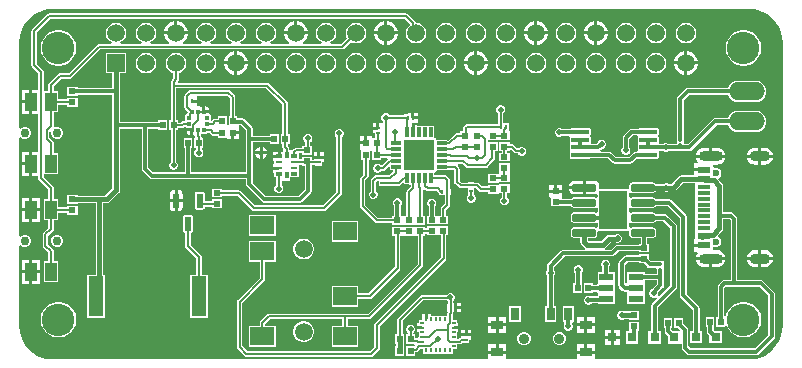
<source format=gtl>
G04*
G04 #@! TF.GenerationSoftware,Altium Limited,Altium Designer,24.0.1 (36)*
G04*
G04 Layer_Physical_Order=1*
G04 Layer_Color=255*
%FSLAX44Y44*%
%MOMM*%
G71*
G04*
G04 #@! TF.SameCoordinates,AAA4E2E7-C06B-4B28-9501-2596A0623A30*
G04*
G04*
G04 #@! TF.FilePolarity,Positive*
G04*
G01*
G75*
%ADD13C,0.1270*%
%ADD16C,0.3810*%
%ADD24R,0.4900X0.6000*%
%ADD25R,0.6000X0.4900*%
%ADD26R,0.2900X0.3000*%
%ADD27R,0.3000X0.2900*%
%ADD28R,0.8000X0.8000*%
%ADD29R,1.2100X0.5900*%
G04:AMPARAMS|DCode=30|XSize=1.97mm|YSize=0.6mm|CornerRadius=0.075mm|HoleSize=0mm|Usage=FLASHONLY|Rotation=0.000|XOffset=0mm|YOffset=0mm|HoleType=Round|Shape=RoundedRectangle|*
%AMROUNDEDRECTD30*
21,1,1.9700,0.4500,0,0,0.0*
21,1,1.8200,0.6000,0,0,0.0*
1,1,0.1500,0.9100,-0.2250*
1,1,0.1500,-0.9100,-0.2250*
1,1,0.1500,-0.9100,0.2250*
1,1,0.1500,0.9100,0.2250*
%
%ADD30ROUNDEDRECTD30*%
%ADD31R,0.7000X1.1000*%
%ADD32R,1.0000X0.8000*%
G04:AMPARAMS|DCode=33|XSize=1.56mm|YSize=0.4mm|CornerRadius=0.05mm|HoleSize=0mm|Usage=FLASHONLY|Rotation=180.000|XOffset=0mm|YOffset=0mm|HoleType=Round|Shape=RoundedRectangle|*
%AMROUNDEDRECTD33*
21,1,1.5600,0.3000,0,0,180.0*
21,1,1.4600,0.4000,0,0,180.0*
1,1,0.1000,-0.7300,0.1500*
1,1,0.1000,0.7300,0.1500*
1,1,0.1000,0.7300,-0.1500*
1,1,0.1000,-0.7300,-0.1500*
%
%ADD33ROUNDEDRECTD33*%
G04:AMPARAMS|DCode=34|XSize=0.26mm|YSize=0.84mm|CornerRadius=0.0325mm|HoleSize=0mm|Usage=FLASHONLY|Rotation=90.000|XOffset=0mm|YOffset=0mm|HoleType=Round|Shape=RoundedRectangle|*
%AMROUNDEDRECTD34*
21,1,0.2600,0.7750,0,0,90.0*
21,1,0.1950,0.8400,0,0,90.0*
1,1,0.0650,0.3875,0.0975*
1,1,0.0650,0.3875,-0.0975*
1,1,0.0650,-0.3875,-0.0975*
1,1,0.0650,-0.3875,0.0975*
%
%ADD34ROUNDEDRECTD34*%
G04:AMPARAMS|DCode=35|XSize=0.84mm|YSize=0.26mm|CornerRadius=0.0325mm|HoleSize=0mm|Usage=FLASHONLY|Rotation=90.000|XOffset=0mm|YOffset=0mm|HoleType=Round|Shape=RoundedRectangle|*
%AMROUNDEDRECTD35*
21,1,0.8400,0.1950,0,0,90.0*
21,1,0.7750,0.2600,0,0,90.0*
1,1,0.0650,0.0975,0.3875*
1,1,0.0650,0.0975,-0.3875*
1,1,0.0650,-0.0975,-0.3875*
1,1,0.0650,-0.0975,0.3875*
%
%ADD35ROUNDEDRECTD35*%
%ADD38R,1.1400X0.6000*%
%ADD39R,1.1400X0.3000*%
%ADD40R,2.0000X1.5000*%
G04:AMPARAMS|DCode=41|XSize=1.26mm|YSize=0.59mm|CornerRadius=0.0738mm|HoleSize=0mm|Usage=FLASHONLY|Rotation=270.000|XOffset=0mm|YOffset=0mm|HoleType=Round|Shape=RoundedRectangle|*
%AMROUNDEDRECTD41*
21,1,1.2600,0.4425,0,0,270.0*
21,1,1.1125,0.5900,0,0,270.0*
1,1,0.1475,-0.2213,-0.5563*
1,1,0.1475,-0.2213,0.5563*
1,1,0.1475,0.2213,0.5563*
1,1,0.1475,0.2213,-0.5563*
%
%ADD41ROUNDEDRECTD41*%
%ADD42R,1.3000X3.4000*%
%ADD43R,1.0000X1.5499*%
%ADD44R,0.2540X0.3048*%
%ADD45R,0.3048X0.2540*%
G04:AMPARAMS|DCode=46|XSize=0.38mm|YSize=0.35mm|CornerRadius=0.0158mm|HoleSize=0mm|Usage=FLASHONLY|Rotation=90.000|XOffset=0mm|YOffset=0mm|HoleType=Round|Shape=RoundedRectangle|*
%AMROUNDEDRECTD46*
21,1,0.3800,0.3185,0,0,90.0*
21,1,0.3485,0.3500,0,0,90.0*
1,1,0.0315,0.1593,0.1743*
1,1,0.0315,0.1593,-0.1743*
1,1,0.0315,-0.1593,-0.1743*
1,1,0.0315,-0.1593,0.1743*
%
%ADD46ROUNDEDRECTD46*%
%ADD82R,2.6300X2.6300*%
%ADD83R,0.5800X0.2500*%
%ADD84R,0.5800X0.3000*%
%ADD85R,0.3500X0.6300*%
%ADD86R,2.4130X3.3020*%
%ADD87C,0.2032*%
%ADD88C,0.3048*%
%ADD89C,0.1778*%
%ADD90C,0.9000*%
%ADD91O,3.0480X1.5240*%
%ADD92C,0.6000*%
%ADD93O,2.0000X0.9000*%
%ADD94O,1.7000X0.9000*%
%ADD95C,1.5000*%
%ADD96C,2.7500*%
%ADD97C,1.5080*%
%ADD98R,1.5080X1.5080*%
%ADD99C,0.7501*%
%ADD100C,0.5080*%
G36*
X1280520Y1197075D02*
X1280520Y1197075D01*
X1280520Y1197075D01*
X1284948Y1196727D01*
X1289268Y1195690D01*
X1293372Y1193990D01*
X1297160Y1191669D01*
X1300538Y1188784D01*
X1303423Y1185406D01*
X1305744Y1181618D01*
X1307444Y1177514D01*
X1308481Y1173195D01*
X1308829Y1168766D01*
X1308837D01*
X1308837Y1168766D01*
X1308837Y930036D01*
X1308829Y928766D01*
X1308829Y928766D01*
X1308829Y928766D01*
X1308481Y924337D01*
X1307444Y920018D01*
X1305744Y915914D01*
X1303423Y912126D01*
X1300538Y908748D01*
X1297160Y905863D01*
X1293372Y903542D01*
X1289268Y901842D01*
X1284948Y900805D01*
X1280520Y900457D01*
Y900449D01*
X1149686D01*
Y905186D01*
X1142146D01*
X1134606D01*
Y900449D01*
X1074686D01*
Y905186D01*
X1067146D01*
X1059606D01*
Y900449D01*
X690520D01*
X690520Y900449D01*
Y900457D01*
X686092Y900805D01*
X681772Y901842D01*
X677668Y903542D01*
X673880Y905863D01*
X670502Y908748D01*
X667617Y912126D01*
X665296Y915914D01*
X663596Y920018D01*
X662559Y924337D01*
X662211Y928766D01*
X662203D01*
X662203Y928766D01*
Y996632D01*
X663473Y997158D01*
X664127Y996504D01*
X665972Y995740D01*
X667970D01*
X669815Y996504D01*
X671227Y997916D01*
X671991Y999761D01*
Y1001759D01*
X671227Y1003604D01*
X669815Y1005016D01*
X667970Y1005780D01*
X665972D01*
X664127Y1005016D01*
X663473Y1004362D01*
X662203Y1004888D01*
X662203Y1088072D01*
X663473Y1088598D01*
X664127Y1087944D01*
X665972Y1087180D01*
X667970D01*
X669815Y1087944D01*
X671227Y1089356D01*
X671991Y1091201D01*
Y1093199D01*
X671227Y1095044D01*
X669815Y1096456D01*
X667970Y1097220D01*
X665972D01*
X664127Y1096456D01*
X663473Y1095802D01*
X662203Y1096328D01*
Y1168766D01*
X662211D01*
X662559Y1173195D01*
X663596Y1177514D01*
X665296Y1181618D01*
X667617Y1185406D01*
X670502Y1188784D01*
X673880Y1191669D01*
X677668Y1193990D01*
X681772Y1195690D01*
X686091Y1196727D01*
X690520Y1197075D01*
Y1197083D01*
X690520Y1197083D01*
X1279250Y1197083D01*
X1280520Y1197075D01*
D02*
G37*
%LPC*%
G36*
X1151947Y1186800D02*
X1151890D01*
Y1177990D01*
X1160700D01*
Y1178047D01*
X1160013Y1180611D01*
X1158686Y1182909D01*
X1156809Y1184786D01*
X1154511Y1186113D01*
X1151947Y1186800D01*
D02*
G37*
G36*
X1149350D02*
X1149293D01*
X1146729Y1186113D01*
X1144431Y1184786D01*
X1142554Y1182909D01*
X1141227Y1180611D01*
X1140540Y1178047D01*
Y1177990D01*
X1149350D01*
Y1186800D01*
D02*
G37*
G36*
X1101147D02*
X1101090D01*
Y1177990D01*
X1109900D01*
Y1178047D01*
X1109213Y1180611D01*
X1107886Y1182909D01*
X1106009Y1184786D01*
X1103711Y1186113D01*
X1101147Y1186800D01*
D02*
G37*
G36*
X1098550D02*
X1098493D01*
X1095929Y1186113D01*
X1093631Y1184786D01*
X1091754Y1182909D01*
X1090427Y1180611D01*
X1089740Y1178047D01*
Y1177990D01*
X1098550D01*
Y1186800D01*
D02*
G37*
G36*
X974147D02*
X974090D01*
Y1177990D01*
X982900D01*
Y1178047D01*
X982213Y1180611D01*
X980886Y1182909D01*
X979009Y1184786D01*
X976711Y1186113D01*
X974147Y1186800D01*
D02*
G37*
G36*
X971550D02*
X971493D01*
X968929Y1186113D01*
X966631Y1184786D01*
X964754Y1182909D01*
X963427Y1180611D01*
X962740Y1178047D01*
Y1177990D01*
X971550D01*
Y1186800D01*
D02*
G37*
G36*
X897947D02*
X897890D01*
Y1177990D01*
X906700D01*
Y1178047D01*
X906013Y1180611D01*
X904686Y1182909D01*
X902809Y1184786D01*
X900511Y1186113D01*
X897947Y1186800D01*
D02*
G37*
G36*
X895350D02*
X895293D01*
X892729Y1186113D01*
X890431Y1184786D01*
X888554Y1182909D01*
X887227Y1180611D01*
X886540Y1178047D01*
Y1177990D01*
X895350D01*
Y1186800D01*
D02*
G37*
G36*
X796347D02*
X796290D01*
Y1177990D01*
X805100D01*
Y1178047D01*
X804413Y1180611D01*
X803086Y1182909D01*
X801209Y1184786D01*
X798911Y1186113D01*
X796347Y1186800D01*
D02*
G37*
G36*
X793750D02*
X793693D01*
X791129Y1186113D01*
X788831Y1184786D01*
X786954Y1182909D01*
X785627Y1180611D01*
X784940Y1178047D01*
Y1177990D01*
X793750D01*
Y1186800D01*
D02*
G37*
G36*
X1227980Y1185530D02*
X1225660D01*
X1223419Y1184930D01*
X1221411Y1183770D01*
X1219770Y1182130D01*
X1218610Y1180120D01*
X1218010Y1177880D01*
Y1175560D01*
X1218610Y1173319D01*
X1219770Y1171311D01*
X1221411Y1169670D01*
X1223419Y1168510D01*
X1225660Y1167910D01*
X1227980D01*
X1230220Y1168510D01*
X1232230Y1169670D01*
X1233870Y1171311D01*
X1235030Y1173319D01*
X1235630Y1175560D01*
Y1177880D01*
X1235030Y1180120D01*
X1233870Y1182130D01*
X1232230Y1183770D01*
X1230220Y1184930D01*
X1227980Y1185530D01*
D02*
G37*
G36*
X1202580D02*
X1200260D01*
X1198019Y1184930D01*
X1196011Y1183770D01*
X1194370Y1182130D01*
X1193210Y1180120D01*
X1192610Y1177880D01*
Y1175560D01*
X1193210Y1173319D01*
X1194370Y1171311D01*
X1196011Y1169670D01*
X1198019Y1168510D01*
X1200260Y1167910D01*
X1202580D01*
X1204820Y1168510D01*
X1206830Y1169670D01*
X1208470Y1171311D01*
X1209630Y1173319D01*
X1210230Y1175560D01*
Y1177880D01*
X1209630Y1180120D01*
X1208470Y1182130D01*
X1206830Y1183770D01*
X1204820Y1184930D01*
X1202580Y1185530D01*
D02*
G37*
G36*
X1177180D02*
X1174860D01*
X1172619Y1184930D01*
X1170611Y1183770D01*
X1168970Y1182130D01*
X1167810Y1180120D01*
X1167210Y1177880D01*
Y1175560D01*
X1167810Y1173319D01*
X1168970Y1171311D01*
X1170611Y1169670D01*
X1172619Y1168510D01*
X1174860Y1167910D01*
X1177180D01*
X1179420Y1168510D01*
X1181430Y1169670D01*
X1183070Y1171311D01*
X1184230Y1173319D01*
X1184830Y1175560D01*
Y1177880D01*
X1184230Y1180120D01*
X1183070Y1182130D01*
X1181430Y1183770D01*
X1179420Y1184930D01*
X1177180Y1185530D01*
D02*
G37*
G36*
X1126380D02*
X1124060D01*
X1121820Y1184930D01*
X1119810Y1183770D01*
X1118170Y1182130D01*
X1117010Y1180120D01*
X1116410Y1177880D01*
Y1175560D01*
X1117010Y1173319D01*
X1118170Y1171311D01*
X1119810Y1169670D01*
X1121820Y1168510D01*
X1124060Y1167910D01*
X1126380D01*
X1128621Y1168510D01*
X1130630Y1169670D01*
X1132270Y1171311D01*
X1133430Y1173319D01*
X1134030Y1175560D01*
Y1177880D01*
X1133430Y1180120D01*
X1132270Y1182130D01*
X1130630Y1183770D01*
X1128621Y1184930D01*
X1126380Y1185530D01*
D02*
G37*
G36*
X1075580D02*
X1073260D01*
X1071020Y1184930D01*
X1069010Y1183770D01*
X1067370Y1182130D01*
X1066210Y1180120D01*
X1065610Y1177880D01*
Y1175560D01*
X1066210Y1173319D01*
X1067370Y1171311D01*
X1069010Y1169670D01*
X1071020Y1168510D01*
X1073260Y1167910D01*
X1075580D01*
X1077821Y1168510D01*
X1079829Y1169670D01*
X1081470Y1171311D01*
X1082630Y1173319D01*
X1083230Y1175560D01*
Y1177880D01*
X1082630Y1180120D01*
X1081470Y1182130D01*
X1079829Y1183770D01*
X1077821Y1184930D01*
X1075580Y1185530D01*
D02*
G37*
G36*
X1050180D02*
X1047860D01*
X1045620Y1184930D01*
X1043611Y1183770D01*
X1041970Y1182130D01*
X1040810Y1180120D01*
X1040210Y1177880D01*
Y1175560D01*
X1040810Y1173319D01*
X1041970Y1171311D01*
X1043611Y1169670D01*
X1045620Y1168510D01*
X1047860Y1167910D01*
X1050180D01*
X1052421Y1168510D01*
X1054429Y1169670D01*
X1056070Y1171311D01*
X1057230Y1173319D01*
X1057830Y1175560D01*
Y1177880D01*
X1057230Y1180120D01*
X1056070Y1182130D01*
X1054429Y1183770D01*
X1052421Y1184930D01*
X1050180Y1185530D01*
D02*
G37*
G36*
X1024780D02*
X1022460D01*
X1020219Y1184930D01*
X1018211Y1183770D01*
X1016570Y1182130D01*
X1015410Y1180120D01*
X1014810Y1177880D01*
Y1175560D01*
X1015410Y1173319D01*
X1016570Y1171311D01*
X1018211Y1169670D01*
X1020219Y1168510D01*
X1022460Y1167910D01*
X1024780D01*
X1027020Y1168510D01*
X1029029Y1169670D01*
X1030670Y1171311D01*
X1031830Y1173319D01*
X1032430Y1175560D01*
Y1177880D01*
X1031830Y1180120D01*
X1030670Y1182130D01*
X1029029Y1183770D01*
X1027020Y1184930D01*
X1024780Y1185530D01*
D02*
G37*
G36*
X990092Y1193337D02*
X687832D01*
X686940Y1193159D01*
X686184Y1192654D01*
X673230Y1179700D01*
X672725Y1178944D01*
X672547Y1178052D01*
Y1149604D01*
X672725Y1148712D01*
X673230Y1147956D01*
X678389Y1142797D01*
Y1128740D01*
X673491D01*
Y1118451D01*
Y1108161D01*
X678389D01*
Y1076239D01*
X673491D01*
Y1065949D01*
Y1055660D01*
X678389D01*
Y1053592D01*
X678567Y1052700D01*
X679072Y1051944D01*
X686888Y1044128D01*
Y1036030D01*
X682949D01*
Y1017991D01*
X686888D01*
Y1011748D01*
X682882Y1007742D01*
X682377Y1006986D01*
X682199Y1006094D01*
Y996547D01*
X682377Y995655D01*
X682882Y994899D01*
X686888Y990893D01*
Y983529D01*
X682949D01*
Y965490D01*
X695489D01*
Y983529D01*
X691550D01*
Y991858D01*
X691372Y992750D01*
X690867Y993506D01*
X686861Y997513D01*
Y1005129D01*
X690867Y1009135D01*
X691372Y1009891D01*
X691550Y1010783D01*
Y1017991D01*
X695489D01*
Y1024339D01*
X703120D01*
Y1022950D01*
X711660D01*
Y1030390D01*
X703120D01*
Y1029001D01*
X695489D01*
Y1036030D01*
X691550D01*
Y1045093D01*
X691372Y1045985D01*
X690867Y1046741D01*
X683051Y1054557D01*
Y1056930D01*
X695489D01*
Y1074969D01*
X691550D01*
Y1083298D01*
X691372Y1084190D01*
X690867Y1084947D01*
X687877Y1087937D01*
Y1093229D01*
X688275Y1093504D01*
X688413Y1093468D01*
X689449Y1092770D01*
Y1091201D01*
X690213Y1089356D01*
X691625Y1087944D01*
X693470Y1087180D01*
X695468D01*
X697313Y1087944D01*
X698725Y1089356D01*
X699489Y1091201D01*
Y1093199D01*
X698725Y1095044D01*
X697313Y1096456D01*
X695468Y1097220D01*
X693470D01*
X692448Y1096797D01*
X692008Y1097044D01*
X691984Y1097064D01*
X691442Y1097755D01*
X691550Y1098294D01*
Y1109431D01*
X695489D01*
Y1115779D01*
X703120D01*
Y1114390D01*
X711660D01*
Y1121830D01*
X703120D01*
Y1120441D01*
X695489D01*
Y1127470D01*
X691550D01*
Y1131483D01*
X698195Y1138129D01*
X705358D01*
X706250Y1138307D01*
X707006Y1138812D01*
X730961Y1162767D01*
X935798D01*
X936690Y1162945D01*
X937446Y1163450D01*
X943060Y1169064D01*
X944019Y1168510D01*
X946260Y1167910D01*
X948580D01*
X950820Y1168510D01*
X952830Y1169670D01*
X954470Y1171311D01*
X955630Y1173319D01*
X956230Y1175560D01*
Y1177880D01*
X955630Y1180120D01*
X954470Y1182130D01*
X952830Y1183770D01*
X950820Y1184930D01*
X948580Y1185530D01*
X946260D01*
X944019Y1184930D01*
X942010Y1183770D01*
X940370Y1182130D01*
X939210Y1180120D01*
X938610Y1177880D01*
Y1175560D01*
X939210Y1173319D01*
X939764Y1172360D01*
X934833Y1167429D01*
X926087D01*
X925747Y1168699D01*
X927430Y1169670D01*
X929070Y1171311D01*
X930230Y1173319D01*
X930830Y1175560D01*
Y1177880D01*
X930230Y1180120D01*
X929070Y1182130D01*
X927430Y1183770D01*
X925421Y1184930D01*
X923180Y1185530D01*
X920860D01*
X918620Y1184930D01*
X916610Y1183770D01*
X914970Y1182130D01*
X913810Y1180120D01*
X913210Y1177880D01*
Y1175560D01*
X913810Y1173319D01*
X914970Y1171311D01*
X916610Y1169670D01*
X918293Y1168699D01*
X917953Y1167429D01*
X903138D01*
X902867Y1168438D01*
X902854Y1168699D01*
X904686Y1170531D01*
X906013Y1172829D01*
X906700Y1175393D01*
Y1175450D01*
X886540D01*
Y1175393D01*
X887227Y1172829D01*
X888554Y1170531D01*
X890386Y1168699D01*
X890373Y1168438D01*
X890102Y1167429D01*
X875287D01*
X874947Y1168699D01*
X876629Y1169670D01*
X878270Y1171311D01*
X879430Y1173319D01*
X880030Y1175560D01*
Y1177880D01*
X879430Y1180120D01*
X878270Y1182130D01*
X876629Y1183770D01*
X874621Y1184930D01*
X872380Y1185530D01*
X870060D01*
X867820Y1184930D01*
X865810Y1183770D01*
X864170Y1182130D01*
X863010Y1180120D01*
X862410Y1177880D01*
Y1175560D01*
X863010Y1173319D01*
X864170Y1171311D01*
X865810Y1169670D01*
X867493Y1168699D01*
X867153Y1167429D01*
X849887D01*
X849547Y1168699D01*
X851229Y1169670D01*
X852870Y1171311D01*
X854030Y1173319D01*
X854630Y1175560D01*
Y1177880D01*
X854030Y1180120D01*
X852870Y1182130D01*
X851229Y1183770D01*
X849221Y1184930D01*
X846980Y1185530D01*
X844660D01*
X842420Y1184930D01*
X840411Y1183770D01*
X838770Y1182130D01*
X837610Y1180120D01*
X837010Y1177880D01*
Y1175560D01*
X837610Y1173319D01*
X838770Y1171311D01*
X840411Y1169670D01*
X842093Y1168699D01*
X841753Y1167429D01*
X824487D01*
X824147Y1168699D01*
X825829Y1169670D01*
X827470Y1171311D01*
X828630Y1173319D01*
X829230Y1175560D01*
Y1177880D01*
X828630Y1180120D01*
X827470Y1182130D01*
X825829Y1183770D01*
X823820Y1184930D01*
X821580Y1185530D01*
X819260D01*
X817020Y1184930D01*
X815011Y1183770D01*
X813370Y1182130D01*
X812210Y1180120D01*
X811610Y1177880D01*
Y1175560D01*
X812210Y1173319D01*
X813370Y1171311D01*
X815011Y1169670D01*
X816693Y1168699D01*
X816353Y1167429D01*
X801538D01*
X801267Y1168438D01*
X801254Y1168699D01*
X803086Y1170531D01*
X804413Y1172829D01*
X805100Y1175393D01*
Y1175450D01*
X784940D01*
Y1175393D01*
X785627Y1172829D01*
X786954Y1170531D01*
X788786Y1168699D01*
X788773Y1168438D01*
X788502Y1167429D01*
X773687D01*
X773347Y1168699D01*
X775030Y1169670D01*
X776670Y1171311D01*
X777830Y1173319D01*
X778430Y1175560D01*
Y1177880D01*
X777830Y1180120D01*
X776670Y1182130D01*
X775030Y1183770D01*
X773020Y1184930D01*
X770780Y1185530D01*
X768460D01*
X766219Y1184930D01*
X764211Y1183770D01*
X762570Y1182130D01*
X761410Y1180120D01*
X760810Y1177880D01*
Y1175560D01*
X761410Y1173319D01*
X762570Y1171311D01*
X764211Y1169670D01*
X765893Y1168699D01*
X765553Y1167429D01*
X748287D01*
X747947Y1168699D01*
X749630Y1169670D01*
X751270Y1171311D01*
X752430Y1173319D01*
X753030Y1175560D01*
Y1177880D01*
X752430Y1180120D01*
X751270Y1182130D01*
X749630Y1183770D01*
X747620Y1184930D01*
X745380Y1185530D01*
X743060D01*
X740819Y1184930D01*
X738811Y1183770D01*
X737170Y1182130D01*
X736010Y1180120D01*
X735410Y1177880D01*
Y1175560D01*
X736010Y1173319D01*
X737170Y1171311D01*
X738811Y1169670D01*
X740493Y1168699D01*
X740153Y1167429D01*
X729996D01*
X729104Y1167251D01*
X728348Y1166746D01*
X704393Y1142791D01*
X697230D01*
X696338Y1142613D01*
X695582Y1142108D01*
X687571Y1134097D01*
X687066Y1133341D01*
X686888Y1132449D01*
Y1127470D01*
X683051D01*
Y1143762D01*
X682873Y1144654D01*
X682368Y1145410D01*
X677209Y1150569D01*
Y1177087D01*
X688797Y1188675D01*
X989127D01*
X992655Y1185147D01*
X992811Y1183770D01*
X991170Y1182130D01*
X990010Y1180120D01*
X989410Y1177880D01*
Y1175560D01*
X990010Y1173319D01*
X991170Y1171311D01*
X992811Y1169670D01*
X994819Y1168510D01*
X997060Y1167910D01*
X999380D01*
X1001620Y1168510D01*
X1003630Y1169670D01*
X1005270Y1171311D01*
X1006430Y1173319D01*
X1007030Y1175560D01*
Y1177880D01*
X1006430Y1180120D01*
X1005270Y1182130D01*
X1003630Y1183770D01*
X1001620Y1184930D01*
X999380Y1185530D01*
X998120D01*
X997998Y1186146D01*
X997492Y1186902D01*
X991740Y1192654D01*
X990984Y1193159D01*
X990092Y1193337D01*
D02*
G37*
G36*
X1160700Y1175450D02*
X1151890D01*
Y1166640D01*
X1151947D01*
X1154511Y1167327D01*
X1156809Y1168654D01*
X1158686Y1170531D01*
X1160013Y1172829D01*
X1160700Y1175393D01*
Y1175450D01*
D02*
G37*
G36*
X1149350D02*
X1140540D01*
Y1175393D01*
X1141227Y1172829D01*
X1142554Y1170531D01*
X1144431Y1168654D01*
X1146729Y1167327D01*
X1149293Y1166640D01*
X1149350D01*
Y1175450D01*
D02*
G37*
G36*
X1109900D02*
X1101090D01*
Y1166640D01*
X1101147D01*
X1103711Y1167327D01*
X1106009Y1168654D01*
X1107886Y1170531D01*
X1109213Y1172829D01*
X1109900Y1175393D01*
Y1175450D01*
D02*
G37*
G36*
X1098550D02*
X1089740D01*
Y1175393D01*
X1090427Y1172829D01*
X1091754Y1170531D01*
X1093631Y1168654D01*
X1095929Y1167327D01*
X1098493Y1166640D01*
X1098550D01*
Y1175450D01*
D02*
G37*
G36*
X982900D02*
X974090D01*
Y1166640D01*
X974147D01*
X976711Y1167327D01*
X979009Y1168654D01*
X980886Y1170531D01*
X982213Y1172829D01*
X982900Y1175393D01*
Y1175450D01*
D02*
G37*
G36*
X971550D02*
X962740D01*
Y1175393D01*
X963427Y1172829D01*
X964754Y1170531D01*
X966631Y1168654D01*
X968929Y1167327D01*
X971493Y1166640D01*
X971550D01*
Y1175450D01*
D02*
G37*
G36*
X1228147Y1161400D02*
X1228090D01*
Y1152590D01*
X1236900D01*
Y1152647D01*
X1236213Y1155211D01*
X1234886Y1157509D01*
X1233009Y1159386D01*
X1230711Y1160713D01*
X1228147Y1161400D01*
D02*
G37*
G36*
X1225550D02*
X1225493D01*
X1222929Y1160713D01*
X1220631Y1159386D01*
X1218754Y1157509D01*
X1217427Y1155211D01*
X1216740Y1152647D01*
Y1152590D01*
X1225550D01*
Y1161400D01*
D02*
G37*
G36*
X1050347D02*
X1050290D01*
Y1152590D01*
X1059100D01*
Y1152647D01*
X1058413Y1155211D01*
X1057086Y1157509D01*
X1055209Y1159386D01*
X1052911Y1160713D01*
X1050347Y1161400D01*
D02*
G37*
G36*
X1047750D02*
X1047693D01*
X1045129Y1160713D01*
X1042831Y1159386D01*
X1040954Y1157509D01*
X1039627Y1155211D01*
X1038940Y1152647D01*
Y1152590D01*
X1047750D01*
Y1161400D01*
D02*
G37*
G36*
X847147D02*
X847090D01*
Y1152590D01*
X855900D01*
Y1152647D01*
X855213Y1155211D01*
X853886Y1157509D01*
X852009Y1159386D01*
X849711Y1160713D01*
X847147Y1161400D01*
D02*
G37*
G36*
X844550D02*
X844493D01*
X841929Y1160713D01*
X839631Y1159386D01*
X837754Y1157509D01*
X836427Y1155211D01*
X835740Y1152647D01*
Y1152590D01*
X844550D01*
Y1161400D01*
D02*
G37*
G36*
X1276999Y1179040D02*
X1274041D01*
X1271139Y1178463D01*
X1268405Y1177330D01*
X1265945Y1175687D01*
X1263853Y1173595D01*
X1262209Y1171135D01*
X1261077Y1168401D01*
X1260500Y1165499D01*
Y1162541D01*
X1261077Y1159639D01*
X1262209Y1156905D01*
X1263853Y1154445D01*
X1265945Y1152353D01*
X1268405Y1150710D01*
X1271139Y1149577D01*
X1274041Y1149000D01*
X1276999D01*
X1279901Y1149577D01*
X1282635Y1150710D01*
X1285095Y1152353D01*
X1287187Y1154445D01*
X1288831Y1156905D01*
X1289963Y1159639D01*
X1290540Y1162541D01*
Y1165499D01*
X1289963Y1168401D01*
X1288831Y1171135D01*
X1287187Y1173595D01*
X1285095Y1175687D01*
X1282635Y1177330D01*
X1279901Y1178463D01*
X1276999Y1179040D01*
D02*
G37*
G36*
X696999D02*
X694041D01*
X691139Y1178463D01*
X688405Y1177330D01*
X685945Y1175687D01*
X683853Y1173595D01*
X682209Y1171135D01*
X681077Y1168401D01*
X680500Y1165499D01*
Y1162541D01*
X681077Y1159639D01*
X682209Y1156905D01*
X683853Y1154445D01*
X685945Y1152353D01*
X688405Y1150710D01*
X691139Y1149577D01*
X694041Y1149000D01*
X696999D01*
X699901Y1149577D01*
X702635Y1150710D01*
X705095Y1152353D01*
X707187Y1154445D01*
X708830Y1156905D01*
X709963Y1159639D01*
X710540Y1162541D01*
Y1165499D01*
X709963Y1168401D01*
X708830Y1171135D01*
X707187Y1173595D01*
X705095Y1175687D01*
X702635Y1177330D01*
X699901Y1178463D01*
X696999Y1179040D01*
D02*
G37*
G36*
X1202580Y1160130D02*
X1200260D01*
X1198019Y1159530D01*
X1196011Y1158370D01*
X1194370Y1156730D01*
X1193210Y1154721D01*
X1192610Y1152480D01*
Y1150160D01*
X1193210Y1147919D01*
X1194370Y1145910D01*
X1196011Y1144270D01*
X1198019Y1143110D01*
X1200260Y1142510D01*
X1202580D01*
X1204820Y1143110D01*
X1206830Y1144270D01*
X1208470Y1145910D01*
X1209630Y1147919D01*
X1210230Y1150160D01*
Y1152480D01*
X1209630Y1154721D01*
X1208470Y1156730D01*
X1206830Y1158370D01*
X1204820Y1159530D01*
X1202580Y1160130D01*
D02*
G37*
G36*
X1177180D02*
X1174860D01*
X1172619Y1159530D01*
X1170611Y1158370D01*
X1168970Y1156730D01*
X1167810Y1154721D01*
X1167210Y1152480D01*
Y1150160D01*
X1167810Y1147919D01*
X1168970Y1145910D01*
X1170611Y1144270D01*
X1172619Y1143110D01*
X1174860Y1142510D01*
X1177180D01*
X1179420Y1143110D01*
X1181430Y1144270D01*
X1183070Y1145910D01*
X1184230Y1147919D01*
X1184830Y1150160D01*
Y1152480D01*
X1184230Y1154721D01*
X1183070Y1156730D01*
X1181430Y1158370D01*
X1179420Y1159530D01*
X1177180Y1160130D01*
D02*
G37*
G36*
X1151780D02*
X1149460D01*
X1147219Y1159530D01*
X1145210Y1158370D01*
X1143570Y1156730D01*
X1142410Y1154721D01*
X1141810Y1152480D01*
Y1150160D01*
X1142410Y1147919D01*
X1143570Y1145910D01*
X1145210Y1144270D01*
X1147219Y1143110D01*
X1149460Y1142510D01*
X1151780D01*
X1154020Y1143110D01*
X1156030Y1144270D01*
X1157670Y1145910D01*
X1158830Y1147919D01*
X1159430Y1150160D01*
Y1152480D01*
X1158830Y1154721D01*
X1157670Y1156730D01*
X1156030Y1158370D01*
X1154020Y1159530D01*
X1151780Y1160130D01*
D02*
G37*
G36*
X1126380D02*
X1124060D01*
X1121820Y1159530D01*
X1119810Y1158370D01*
X1118170Y1156730D01*
X1117010Y1154721D01*
X1116410Y1152480D01*
Y1150160D01*
X1117010Y1147919D01*
X1118170Y1145910D01*
X1119810Y1144270D01*
X1121820Y1143110D01*
X1124060Y1142510D01*
X1126380D01*
X1128621Y1143110D01*
X1130630Y1144270D01*
X1132270Y1145910D01*
X1133430Y1147919D01*
X1134030Y1150160D01*
Y1152480D01*
X1133430Y1154721D01*
X1132270Y1156730D01*
X1130630Y1158370D01*
X1128621Y1159530D01*
X1126380Y1160130D01*
D02*
G37*
G36*
X1100980D02*
X1098660D01*
X1096420Y1159530D01*
X1094410Y1158370D01*
X1092770Y1156730D01*
X1091610Y1154721D01*
X1091010Y1152480D01*
Y1150160D01*
X1091610Y1147919D01*
X1092770Y1145910D01*
X1094410Y1144270D01*
X1096420Y1143110D01*
X1098660Y1142510D01*
X1100980D01*
X1103221Y1143110D01*
X1105229Y1144270D01*
X1106870Y1145910D01*
X1108030Y1147919D01*
X1108630Y1150160D01*
Y1152480D01*
X1108030Y1154721D01*
X1106870Y1156730D01*
X1105229Y1158370D01*
X1103221Y1159530D01*
X1100980Y1160130D01*
D02*
G37*
G36*
X1075580D02*
X1073260D01*
X1071020Y1159530D01*
X1069010Y1158370D01*
X1067370Y1156730D01*
X1066210Y1154721D01*
X1065610Y1152480D01*
Y1150160D01*
X1066210Y1147919D01*
X1067370Y1145910D01*
X1069010Y1144270D01*
X1071020Y1143110D01*
X1073260Y1142510D01*
X1075580D01*
X1077821Y1143110D01*
X1079829Y1144270D01*
X1081470Y1145910D01*
X1082630Y1147919D01*
X1083230Y1150160D01*
Y1152480D01*
X1082630Y1154721D01*
X1081470Y1156730D01*
X1079829Y1158370D01*
X1077821Y1159530D01*
X1075580Y1160130D01*
D02*
G37*
G36*
X1024780D02*
X1022460D01*
X1020219Y1159530D01*
X1018211Y1158370D01*
X1016570Y1156730D01*
X1015410Y1154721D01*
X1014810Y1152480D01*
Y1150160D01*
X1015410Y1147919D01*
X1016570Y1145910D01*
X1018211Y1144270D01*
X1020219Y1143110D01*
X1022460Y1142510D01*
X1024780D01*
X1027020Y1143110D01*
X1029029Y1144270D01*
X1030670Y1145910D01*
X1031830Y1147919D01*
X1032430Y1150160D01*
Y1152480D01*
X1031830Y1154721D01*
X1030670Y1156730D01*
X1029029Y1158370D01*
X1027020Y1159530D01*
X1024780Y1160130D01*
D02*
G37*
G36*
X999380D02*
X997060D01*
X994819Y1159530D01*
X992811Y1158370D01*
X991170Y1156730D01*
X990010Y1154721D01*
X989410Y1152480D01*
Y1150160D01*
X990010Y1147919D01*
X991170Y1145910D01*
X992811Y1144270D01*
X994819Y1143110D01*
X997060Y1142510D01*
X999380D01*
X1001620Y1143110D01*
X1003630Y1144270D01*
X1005270Y1145910D01*
X1006430Y1147919D01*
X1007030Y1150160D01*
Y1152480D01*
X1006430Y1154721D01*
X1005270Y1156730D01*
X1003630Y1158370D01*
X1001620Y1159530D01*
X999380Y1160130D01*
D02*
G37*
G36*
X973980D02*
X971660D01*
X969419Y1159530D01*
X967411Y1158370D01*
X965770Y1156730D01*
X964610Y1154721D01*
X964010Y1152480D01*
Y1150160D01*
X964610Y1147919D01*
X965770Y1145910D01*
X967411Y1144270D01*
X969419Y1143110D01*
X971660Y1142510D01*
X973980D01*
X976220Y1143110D01*
X978230Y1144270D01*
X979870Y1145910D01*
X981030Y1147919D01*
X981630Y1150160D01*
Y1152480D01*
X981030Y1154721D01*
X979870Y1156730D01*
X978230Y1158370D01*
X976220Y1159530D01*
X973980Y1160130D01*
D02*
G37*
G36*
X948580D02*
X946260D01*
X944019Y1159530D01*
X942010Y1158370D01*
X940370Y1156730D01*
X939210Y1154721D01*
X938610Y1152480D01*
Y1150160D01*
X939210Y1147919D01*
X940370Y1145910D01*
X942010Y1144270D01*
X944019Y1143110D01*
X946260Y1142510D01*
X948580D01*
X950820Y1143110D01*
X952830Y1144270D01*
X954470Y1145910D01*
X955630Y1147919D01*
X956230Y1150160D01*
Y1152480D01*
X955630Y1154721D01*
X954470Y1156730D01*
X952830Y1158370D01*
X950820Y1159530D01*
X948580Y1160130D01*
D02*
G37*
G36*
X923180D02*
X920860D01*
X918620Y1159530D01*
X916610Y1158370D01*
X914970Y1156730D01*
X913810Y1154721D01*
X913210Y1152480D01*
Y1150160D01*
X913810Y1147919D01*
X914970Y1145910D01*
X916610Y1144270D01*
X918620Y1143110D01*
X920860Y1142510D01*
X923180D01*
X925421Y1143110D01*
X927430Y1144270D01*
X929070Y1145910D01*
X930230Y1147919D01*
X930830Y1150160D01*
Y1152480D01*
X930230Y1154721D01*
X929070Y1156730D01*
X927430Y1158370D01*
X925421Y1159530D01*
X923180Y1160130D01*
D02*
G37*
G36*
X897780D02*
X895460D01*
X893220Y1159530D01*
X891210Y1158370D01*
X889570Y1156730D01*
X888410Y1154721D01*
X887810Y1152480D01*
Y1150160D01*
X888410Y1147919D01*
X889570Y1145910D01*
X891210Y1144270D01*
X893220Y1143110D01*
X895460Y1142510D01*
X897780D01*
X900021Y1143110D01*
X902029Y1144270D01*
X903670Y1145910D01*
X904830Y1147919D01*
X905430Y1150160D01*
Y1152480D01*
X904830Y1154721D01*
X903670Y1156730D01*
X902029Y1158370D01*
X900021Y1159530D01*
X897780Y1160130D01*
D02*
G37*
G36*
X872380D02*
X870060D01*
X867820Y1159530D01*
X865810Y1158370D01*
X864170Y1156730D01*
X863010Y1154721D01*
X862410Y1152480D01*
Y1150160D01*
X863010Y1147919D01*
X864170Y1145910D01*
X865810Y1144270D01*
X867820Y1143110D01*
X870060Y1142510D01*
X872380D01*
X874621Y1143110D01*
X876629Y1144270D01*
X878270Y1145910D01*
X879430Y1147919D01*
X880030Y1150160D01*
Y1152480D01*
X879430Y1154721D01*
X878270Y1156730D01*
X876629Y1158370D01*
X874621Y1159530D01*
X872380Y1160130D01*
D02*
G37*
G36*
X821580D02*
X819260D01*
X817020Y1159530D01*
X815011Y1158370D01*
X813370Y1156730D01*
X812210Y1154721D01*
X811610Y1152480D01*
Y1150160D01*
X812210Y1147919D01*
X813370Y1145910D01*
X815011Y1144270D01*
X817020Y1143110D01*
X819260Y1142510D01*
X821580D01*
X823820Y1143110D01*
X825829Y1144270D01*
X827470Y1145910D01*
X828630Y1147919D01*
X829230Y1150160D01*
Y1152480D01*
X828630Y1154721D01*
X827470Y1156730D01*
X825829Y1158370D01*
X823820Y1159530D01*
X821580Y1160130D01*
D02*
G37*
G36*
X770780D02*
X768460D01*
X766219Y1159530D01*
X764211Y1158370D01*
X762570Y1156730D01*
X761410Y1154721D01*
X760810Y1152480D01*
Y1150160D01*
X761410Y1147919D01*
X762570Y1145910D01*
X764211Y1144270D01*
X766219Y1143110D01*
X768460Y1142510D01*
X770780D01*
X773020Y1143110D01*
X775030Y1144270D01*
X776670Y1145910D01*
X777830Y1147919D01*
X778430Y1150160D01*
Y1152480D01*
X777830Y1154721D01*
X776670Y1156730D01*
X775030Y1158370D01*
X773020Y1159530D01*
X770780Y1160130D01*
D02*
G37*
G36*
X1236900Y1150050D02*
X1228090D01*
Y1141240D01*
X1228147D01*
X1230711Y1141927D01*
X1233009Y1143254D01*
X1234886Y1145131D01*
X1236213Y1147429D01*
X1236900Y1149993D01*
Y1150050D01*
D02*
G37*
G36*
X1225550D02*
X1216740D01*
Y1149993D01*
X1217427Y1147429D01*
X1218754Y1145131D01*
X1220631Y1143254D01*
X1222929Y1141927D01*
X1225493Y1141240D01*
X1225550D01*
Y1150050D01*
D02*
G37*
G36*
X1059100D02*
X1050290D01*
Y1141240D01*
X1050347D01*
X1052911Y1141927D01*
X1055209Y1143254D01*
X1057086Y1145131D01*
X1058413Y1147429D01*
X1059100Y1149993D01*
Y1150050D01*
D02*
G37*
G36*
X1047750D02*
X1038940D01*
Y1149993D01*
X1039627Y1147429D01*
X1040954Y1145131D01*
X1042831Y1143254D01*
X1045129Y1141927D01*
X1047693Y1141240D01*
X1047750D01*
Y1150050D01*
D02*
G37*
G36*
X855900D02*
X847090D01*
Y1141240D01*
X847147D01*
X849711Y1141927D01*
X852009Y1143254D01*
X853886Y1145131D01*
X855213Y1147429D01*
X855900Y1149993D01*
Y1150050D01*
D02*
G37*
G36*
X844550D02*
X835740D01*
Y1149993D01*
X836427Y1147429D01*
X837754Y1145131D01*
X839631Y1143254D01*
X841929Y1141927D01*
X844493Y1141240D01*
X844550D01*
Y1150050D01*
D02*
G37*
G36*
X670951Y1128740D02*
X664681D01*
Y1119721D01*
X670951D01*
Y1128740D01*
D02*
G37*
G36*
X1286002Y1136219D02*
X1270762D01*
X1268441Y1135913D01*
X1266279Y1135017D01*
X1264422Y1133592D01*
X1262997Y1131735D01*
X1262319Y1130101D01*
X1228344D01*
X1227254Y1129884D01*
X1226330Y1129266D01*
X1226330Y1129266D01*
X1219980Y1122916D01*
X1219362Y1121992D01*
X1219145Y1120902D01*
X1219145Y1120902D01*
Y1085857D01*
X1219224Y1085461D01*
Y1082655D01*
X1212289D01*
X1211960Y1082984D01*
X1210560Y1083564D01*
X1209044D01*
X1207644Y1082984D01*
X1207315Y1082655D01*
X1204316D01*
X1204273Y1082701D01*
X1203754Y1083925D01*
X1203881Y1084115D01*
X1204019Y1084806D01*
Y1087806D01*
X1203881Y1088497D01*
X1203490Y1089082D01*
Y1090030D01*
X1203881Y1090615D01*
X1204019Y1091306D01*
Y1094306D01*
X1203881Y1094997D01*
X1203490Y1095582D01*
X1202905Y1095973D01*
X1202214Y1096111D01*
X1187614D01*
X1186923Y1095973D01*
X1186447Y1095655D01*
X1180690D01*
X1179600Y1095438D01*
X1178676Y1094820D01*
X1178676Y1094820D01*
X1174006Y1090150D01*
X1173388Y1089226D01*
X1173171Y1088136D01*
X1173171Y1088136D01*
Y1080007D01*
X1172790Y1079626D01*
X1172210Y1078226D01*
Y1076710D01*
X1172790Y1075310D01*
X1173862Y1074238D01*
X1175262Y1073658D01*
X1176778D01*
X1178178Y1074238D01*
X1179250Y1075310D01*
X1179830Y1076710D01*
Y1078226D01*
X1179250Y1079626D01*
X1178869Y1080007D01*
Y1086956D01*
X1181870Y1089957D01*
X1185511D01*
X1185555Y1089911D01*
X1186074Y1088687D01*
X1185947Y1088497D01*
X1185809Y1087806D01*
Y1084806D01*
X1185947Y1084115D01*
X1186338Y1083530D01*
Y1082582D01*
X1185947Y1081997D01*
X1185809Y1081306D01*
Y1078306D01*
X1185947Y1077615D01*
X1186074Y1077425D01*
X1185555Y1076201D01*
X1185511Y1076155D01*
X1184304D01*
X1183214Y1075938D01*
X1182290Y1075320D01*
X1182290Y1075320D01*
X1178650Y1071681D01*
X1167548D01*
X1163908Y1075320D01*
X1162984Y1075938D01*
X1161894Y1076155D01*
X1161894Y1076155D01*
X1154555D01*
X1154169Y1077425D01*
X1154718Y1077792D01*
X1155665Y1078738D01*
X1156204D01*
X1157604Y1079318D01*
X1158676Y1080390D01*
X1159256Y1081790D01*
Y1083306D01*
X1158676Y1084706D01*
X1157604Y1085778D01*
X1156204Y1086358D01*
X1154688D01*
X1153288Y1085778D01*
X1152216Y1084706D01*
X1151636Y1083306D01*
Y1082767D01*
X1151524Y1082655D01*
X1146717D01*
X1146673Y1082701D01*
X1146154Y1083925D01*
X1146281Y1084115D01*
X1146419Y1084806D01*
Y1087806D01*
X1146281Y1088497D01*
X1145890Y1089082D01*
Y1090030D01*
X1146281Y1090615D01*
X1146419Y1091306D01*
Y1094306D01*
X1146281Y1094997D01*
X1145890Y1095582D01*
X1145305Y1095973D01*
X1144614Y1096111D01*
X1130014D01*
X1129323Y1095973D01*
X1128738Y1095582D01*
X1128669Y1095479D01*
X1121995D01*
X1121790Y1095684D01*
X1120390Y1096264D01*
X1118874D01*
X1117474Y1095684D01*
X1116402Y1094612D01*
X1115822Y1093212D01*
Y1091696D01*
X1116402Y1090296D01*
X1117474Y1089224D01*
X1118874Y1088644D01*
X1120390D01*
X1121790Y1089224D01*
X1122347Y1089781D01*
X1127678D01*
X1128356Y1088511D01*
X1128347Y1088497D01*
X1128209Y1087806D01*
Y1084806D01*
X1128347Y1084115D01*
X1128738Y1083530D01*
Y1082582D01*
X1128347Y1081997D01*
X1128209Y1081306D01*
Y1078306D01*
X1128347Y1077615D01*
X1128738Y1077030D01*
Y1076082D01*
X1128347Y1075497D01*
X1128209Y1074806D01*
Y1071806D01*
X1128347Y1071115D01*
X1128738Y1070530D01*
X1129323Y1070139D01*
X1130014Y1070001D01*
X1144614D01*
X1145305Y1070139D01*
X1145781Y1070457D01*
X1160714D01*
X1164354Y1066818D01*
X1164354Y1066818D01*
X1165278Y1066200D01*
X1166368Y1065983D01*
X1179830D01*
X1179830Y1065983D01*
X1180920Y1066200D01*
X1181844Y1066818D01*
X1185484Y1070457D01*
X1186447D01*
X1186923Y1070139D01*
X1187614Y1070001D01*
X1202214D01*
X1202905Y1070139D01*
X1203490Y1070530D01*
X1203881Y1071115D01*
X1204019Y1071806D01*
Y1074806D01*
X1203881Y1075497D01*
X1203754Y1075687D01*
X1204273Y1076911D01*
X1204316Y1076957D01*
X1207211D01*
X1207644Y1076524D01*
X1209044Y1075944D01*
X1210560D01*
X1211960Y1076524D01*
X1212393Y1076957D01*
X1221402D01*
X1221402Y1076957D01*
X1221402Y1076957D01*
X1229666D01*
X1229666Y1076957D01*
X1230756Y1077174D01*
X1231680Y1077792D01*
X1252892Y1099003D01*
X1262319D01*
X1262997Y1097369D01*
X1264422Y1095512D01*
X1266279Y1094087D01*
X1268441Y1093191D01*
X1270762Y1092885D01*
X1286002D01*
X1288323Y1093191D01*
X1290485Y1094087D01*
X1292342Y1095512D01*
X1293767Y1097369D01*
X1294663Y1099531D01*
X1294969Y1101852D01*
X1294663Y1104173D01*
X1293767Y1106335D01*
X1292342Y1108192D01*
X1290485Y1109617D01*
X1288323Y1110513D01*
X1286002Y1110819D01*
X1270762D01*
X1268441Y1110513D01*
X1266279Y1109617D01*
X1264422Y1108192D01*
X1262997Y1106335D01*
X1262319Y1104701D01*
X1251712D01*
X1251712Y1104701D01*
X1250622Y1104484D01*
X1249698Y1103866D01*
X1249698Y1103866D01*
X1228486Y1082655D01*
X1224764D01*
Y1085461D01*
X1224843Y1085857D01*
Y1119722D01*
X1229524Y1124403D01*
X1262319D01*
X1262997Y1122769D01*
X1264422Y1120912D01*
X1266279Y1119487D01*
X1268441Y1118591D01*
X1270762Y1118285D01*
X1286002D01*
X1288323Y1118591D01*
X1290485Y1119487D01*
X1292342Y1120912D01*
X1293767Y1122769D01*
X1294663Y1124931D01*
X1294969Y1127252D01*
X1294663Y1129573D01*
X1293767Y1131735D01*
X1292342Y1133592D01*
X1290485Y1135017D01*
X1288323Y1135913D01*
X1286002Y1136219D01*
D02*
G37*
G36*
X670951Y1117181D02*
X664681D01*
Y1108161D01*
X670951D01*
Y1117181D01*
D02*
G37*
G36*
X999538Y1108940D02*
X996818D01*
Y1106170D01*
X999538D01*
Y1108940D01*
D02*
G37*
G36*
X1070738Y1115436D02*
X1069222D01*
X1067822Y1114856D01*
X1066750Y1113784D01*
X1066170Y1112384D01*
Y1110868D01*
X1066750Y1109468D01*
X1067649Y1108569D01*
Y1100048D01*
X1067260D01*
Y1099609D01*
X1061287D01*
X1061277Y1099611D01*
X1041654D01*
X1040762Y1099433D01*
X1040006Y1098928D01*
X1038736Y1097658D01*
X1038231Y1096902D01*
X1038053Y1096010D01*
Y1093378D01*
X1035352D01*
Y1091989D01*
X1033016D01*
X1032124Y1091811D01*
X1031368Y1091306D01*
X1025637Y1085575D01*
X1025035D01*
X1024815Y1085722D01*
X1024193Y1085845D01*
X1016443D01*
X1015388Y1086843D01*
Y1087664D01*
X1014567D01*
X1013569Y1088719D01*
Y1096469D01*
X1013445Y1097091D01*
X1013093Y1097619D01*
X1012565Y1097971D01*
X1011943Y1098095D01*
X1009993D01*
X1009371Y1097971D01*
X1008843Y1097619D01*
X1008093Y1097619D01*
X1007565Y1097971D01*
X1006943Y1098095D01*
X1004993D01*
X1004371Y1097971D01*
X1003843Y1097619D01*
X1003093Y1097619D01*
X1002565Y1097971D01*
X1001943Y1098095D01*
X999993D01*
X999383Y1097974D01*
X999009Y1098535D01*
X998061Y1099168D01*
X997238Y1099332D01*
Y1092594D01*
X994698D01*
Y1100319D01*
X994685Y1100334D01*
X994596Y1100606D01*
X994678Y1100860D01*
X999538D01*
Y1103630D01*
X995548D01*
Y1104900D01*
X994278D01*
Y1108940D01*
X991558D01*
Y1107670D01*
X988388D01*
Y1107231D01*
X975877D01*
X974978Y1108130D01*
X973578Y1108710D01*
X972062D01*
X970662Y1108130D01*
X969590Y1107058D01*
X969010Y1105658D01*
Y1104142D01*
X969590Y1102742D01*
X970235Y1102097D01*
Y1101295D01*
X970002Y1100122D01*
X967232D01*
Y1096132D01*
X965962D01*
Y1094862D01*
X961922D01*
Y1092142D01*
X963192D01*
Y1088972D01*
X963192Y1088972D01*
X963192D01*
X963192Y1088972D01*
X962873Y1087834D01*
X961224Y1087834D01*
X960794Y1088926D01*
Y1089104D01*
X957074D01*
Y1083564D01*
X955804D01*
Y1082294D01*
X950814D01*
Y1078024D01*
X951064D01*
X952084Y1077420D01*
X952084Y1076754D01*
Y1068880D01*
X953473D01*
Y1056591D01*
X951360Y1054478D01*
X950855Y1053722D01*
X950677Y1052830D01*
Y1030478D01*
X950855Y1029586D01*
X951360Y1028830D01*
X963808Y1016382D01*
X964564Y1015877D01*
X965456Y1015699D01*
X978202D01*
Y1014310D01*
X986584D01*
X986742Y1014310D01*
X987854D01*
X988012Y1014310D01*
X996394D01*
Y1014310D01*
X997506D01*
Y1014310D01*
X1006046D01*
Y1021750D01*
X1004361D01*
Y1043883D01*
X1005631Y1044409D01*
X1006478Y1043562D01*
X1007234Y1043057D01*
X1008126Y1042879D01*
X1016051D01*
X1017598Y1041332D01*
Y1039138D01*
X1022427D01*
Y1032256D01*
X1019686Y1029515D01*
X1019181Y1028759D01*
X1019003Y1027867D01*
Y1022004D01*
X1017222D01*
X1017064Y1022004D01*
X1015952D01*
X1015801Y1022004D01*
X1014531Y1022020D01*
Y1029971D01*
X1014912Y1030352D01*
X1015492Y1031752D01*
Y1033268D01*
X1014912Y1034668D01*
X1013840Y1035740D01*
X1012440Y1036320D01*
X1010924D01*
X1009524Y1035740D01*
X1008452Y1034668D01*
X1007872Y1033268D01*
Y1031752D01*
X1008452Y1030352D01*
X1008833Y1029971D01*
Y1022004D01*
X1007412D01*
Y1014564D01*
X1015794D01*
X1015952Y1014564D01*
X1017064D01*
X1017222Y1014564D01*
X1025604D01*
Y1022004D01*
X1023665D01*
Y1026902D01*
X1026406Y1029643D01*
X1026911Y1030399D01*
X1027089Y1031291D01*
Y1039138D01*
X1027478D01*
Y1044678D01*
X1027089D01*
Y1052200D01*
X1026911Y1053092D01*
X1026406Y1053848D01*
X1024712Y1055542D01*
X1023956Y1056047D01*
X1023064Y1056225D01*
X1013569D01*
Y1057769D01*
X1014567Y1058824D01*
X1015388D01*
Y1059644D01*
X1016443Y1060643D01*
X1024193D01*
X1024815Y1060767D01*
X1025035Y1060913D01*
X1030275D01*
X1030560Y1060628D01*
Y1050671D01*
X1030738Y1049779D01*
X1031243Y1049023D01*
X1034296Y1045970D01*
X1035052Y1045465D01*
X1035944Y1045287D01*
X1042186D01*
Y1040458D01*
X1042186D01*
X1042003Y1039264D01*
X1041726Y1038986D01*
X1041146Y1037586D01*
Y1036070D01*
X1041726Y1034670D01*
X1042798Y1033598D01*
X1044198Y1033018D01*
X1045714D01*
X1047114Y1033598D01*
X1048186Y1034670D01*
X1048766Y1036070D01*
Y1037586D01*
X1048186Y1038986D01*
X1047908Y1039264D01*
X1047726Y1040458D01*
X1047726D01*
Y1045173D01*
X1048996Y1045240D01*
X1051434Y1042802D01*
X1052190Y1042297D01*
X1053082Y1042119D01*
X1059228D01*
Y1040728D01*
X1067715D01*
X1067768Y1040728D01*
X1068933Y1040982D01*
X1069038Y1040982D01*
X1070819D01*
Y1037599D01*
X1069920Y1036700D01*
X1069340Y1035300D01*
Y1033784D01*
X1069920Y1032384D01*
X1070992Y1031312D01*
X1072392Y1030732D01*
X1073908D01*
X1075308Y1031312D01*
X1076380Y1032384D01*
X1076960Y1033784D01*
Y1035300D01*
X1076380Y1036700D01*
X1075481Y1037599D01*
Y1040982D01*
X1077420D01*
Y1048422D01*
X1068933D01*
X1068880Y1048422D01*
X1067715Y1048168D01*
X1067610Y1048168D01*
X1059228D01*
Y1046781D01*
X1054047D01*
X1051562Y1049266D01*
X1050806Y1049771D01*
X1049914Y1049949D01*
X1047726D01*
Y1050338D01*
X1042186D01*
Y1049949D01*
X1036909D01*
X1035222Y1051636D01*
Y1061593D01*
X1035044Y1062485D01*
X1034539Y1063241D01*
X1033568Y1064212D01*
X1034094Y1065482D01*
X1034264D01*
Y1065913D01*
X1037467D01*
X1040260Y1063120D01*
X1041016Y1062615D01*
X1041908Y1062437D01*
X1057148D01*
X1058040Y1062615D01*
X1058796Y1063120D01*
X1064558Y1068882D01*
X1065063Y1069638D01*
X1065240Y1070530D01*
Y1076796D01*
X1067514D01*
Y1084236D01*
X1059225D01*
Y1085936D01*
X1067514D01*
Y1087327D01*
X1068880D01*
Y1085936D01*
X1077420D01*
Y1093376D01*
X1077420Y1093376D01*
X1077419Y1093380D01*
X1077140Y1094530D01*
Y1100048D01*
X1072311D01*
Y1108569D01*
X1073210Y1109468D01*
X1073790Y1110868D01*
Y1112384D01*
X1073210Y1113784D01*
X1072138Y1114856D01*
X1070738Y1115436D01*
D02*
G37*
G36*
X964692Y1100122D02*
X961922D01*
Y1097402D01*
X964692D01*
Y1100122D01*
D02*
G37*
G36*
X796180Y1160130D02*
X793860D01*
X791619Y1159530D01*
X789611Y1158370D01*
X787970Y1156730D01*
X786810Y1154721D01*
X786210Y1152480D01*
Y1150160D01*
X786810Y1147919D01*
X787970Y1145910D01*
X789611Y1144270D01*
X791619Y1143110D01*
X792689Y1142824D01*
Y1138377D01*
X791338Y1137026D01*
X790833Y1136270D01*
X790655Y1135378D01*
Y1132078D01*
Y1102820D01*
X789266D01*
Y1094280D01*
X790631D01*
Y1067759D01*
X789707Y1066836D01*
X789127Y1065435D01*
Y1063920D01*
X789707Y1062520D01*
X790779Y1061448D01*
X792179Y1060868D01*
X793695D01*
X795095Y1061448D01*
X796167Y1062520D01*
X796747Y1063920D01*
Y1065435D01*
X796167Y1066836D01*
X795292Y1067711D01*
Y1094280D01*
X796706D01*
Y1096219D01*
X799846D01*
X800738Y1096397D01*
X801494Y1096902D01*
X801845Y1097253D01*
X803160Y1097084D01*
X803214Y1097055D01*
X803227Y1097025D01*
X803415Y1096947D01*
X804230Y1096508D01*
X804219Y1096452D01*
Y1095980D01*
X808562D01*
Y1094710D01*
X809832D01*
Y1090217D01*
X810154D01*
X810358Y1090112D01*
X810834Y1088516D01*
X810602Y1088088D01*
X810602D01*
Y1079548D01*
X811991D01*
Y1078237D01*
X811094Y1077340D01*
X810514Y1075940D01*
Y1074424D01*
X811094Y1073024D01*
X812166Y1071952D01*
X813566Y1071372D01*
X815082D01*
X816482Y1071952D01*
X817554Y1073024D01*
X818134Y1074424D01*
Y1075940D01*
X817554Y1077340D01*
X816653Y1078241D01*
Y1079548D01*
X818042D01*
Y1088088D01*
X816653D01*
Y1088900D01*
X816475Y1089792D01*
X816050Y1090429D01*
X816157Y1090749D01*
X816376Y1090983D01*
X816970Y1091422D01*
X820154D01*
X821247Y1091875D01*
X821456Y1092379D01*
X823295D01*
X825122Y1090552D01*
X825878Y1090047D01*
X826770Y1089869D01*
X830418D01*
Y1087930D01*
X837858D01*
X838288Y1086838D01*
Y1086660D01*
X842008D01*
Y1092200D01*
X843278D01*
Y1093470D01*
X848268D01*
Y1097740D01*
X848781Y1098563D01*
X850071Y1098652D01*
X854147Y1094576D01*
Y1087374D01*
X854147Y1087374D01*
X854147Y1087374D01*
Y1058727D01*
X808029D01*
Y1079548D01*
X808902D01*
Y1088088D01*
X801462D01*
Y1079548D01*
X802331D01*
Y1058727D01*
X775880D01*
X771708Y1062899D01*
Y1095701D01*
X780126D01*
Y1094280D01*
X787566D01*
Y1102820D01*
X780126D01*
Y1101399D01*
X747457D01*
Y1128268D01*
Y1142510D01*
X753030D01*
Y1160130D01*
X735410D01*
Y1142510D01*
X740983D01*
Y1130099D01*
X711660D01*
Y1130970D01*
X703120D01*
Y1123530D01*
X711660D01*
Y1124401D01*
X740983D01*
Y1098804D01*
Y1045027D01*
X735003Y1039047D01*
X711660D01*
Y1039530D01*
X703120D01*
Y1032090D01*
X711660D01*
Y1032573D01*
X727013D01*
Y972040D01*
X719620D01*
Y935500D01*
X735160D01*
Y972040D01*
X733487D01*
Y1032573D01*
X736344D01*
X737583Y1032819D01*
X738633Y1033521D01*
X746509Y1041397D01*
X747211Y1042447D01*
X747457Y1043686D01*
Y1095701D01*
X766010D01*
Y1061719D01*
X766010Y1061719D01*
X766227Y1060629D01*
X766845Y1059705D01*
X772686Y1053864D01*
X773610Y1053246D01*
X774700Y1053029D01*
X774700Y1053029D01*
X854147D01*
Y1048766D01*
X854147Y1048766D01*
X854364Y1047676D01*
X854982Y1046752D01*
X867936Y1033798D01*
X868860Y1033180D01*
X869950Y1032963D01*
X869950Y1032963D01*
X899922D01*
X899922Y1032963D01*
X901012Y1033180D01*
X901936Y1033798D01*
X909048Y1040910D01*
X909048Y1040910D01*
X909666Y1041834D01*
X909883Y1042924D01*
X909883Y1042924D01*
Y1064352D01*
X910542D01*
Y1064855D01*
X913154D01*
Y1064466D01*
X918694D01*
Y1067636D01*
X919964D01*
Y1070356D01*
X915924D01*
Y1071626D01*
D01*
Y1070356D01*
X911884D01*
Y1069517D01*
X910542D01*
Y1071792D01*
X902002D01*
Y1069599D01*
X899266D01*
Y1074881D01*
X902002D01*
Y1073492D01*
X910542D01*
Y1080932D01*
X908857D01*
Y1084110D01*
X908938Y1084144D01*
X910010Y1085216D01*
X910590Y1086616D01*
Y1088132D01*
X910010Y1089532D01*
X908938Y1090604D01*
X907538Y1091184D01*
X906022D01*
X904622Y1090604D01*
X903550Y1089532D01*
X902970Y1088132D01*
Y1086616D01*
X903550Y1085216D01*
X904195Y1084571D01*
Y1080932D01*
X902002D01*
Y1079543D01*
X896286D01*
X895394Y1079365D01*
X894638Y1078860D01*
X893448Y1077670D01*
X893036Y1077053D01*
X892947Y1077050D01*
X891766Y1077788D01*
Y1077788D01*
X891070Y1078770D01*
X890899Y1079630D01*
X890394Y1080386D01*
X889809Y1080971D01*
Y1082596D01*
X891194D01*
Y1091136D01*
X889809D01*
Y1117090D01*
X889631Y1117982D01*
X889126Y1118738D01*
X874138Y1133726D01*
X873382Y1134231D01*
X872490Y1134409D01*
X797109D01*
X796583Y1135679D01*
X796668Y1135764D01*
X797173Y1136520D01*
X797351Y1137412D01*
Y1142824D01*
X798420Y1143110D01*
X800430Y1144270D01*
X802070Y1145910D01*
X803230Y1147919D01*
X803830Y1150160D01*
Y1152480D01*
X803230Y1154721D01*
X802070Y1156730D01*
X800430Y1158370D01*
X798420Y1159530D01*
X796180Y1160130D01*
D02*
G37*
G36*
X807292Y1093440D02*
X804219D01*
Y1092968D01*
X804428Y1091915D01*
X805025Y1091023D01*
X805917Y1090426D01*
X806970Y1090217D01*
X807292D01*
Y1093440D01*
D02*
G37*
G36*
X848268Y1090930D02*
X844548D01*
Y1086660D01*
X848268D01*
Y1090930D01*
D02*
G37*
G36*
X954534Y1089104D02*
X950814D01*
Y1084834D01*
X954534D01*
Y1089104D01*
D02*
G37*
G36*
X1293304Y1079305D02*
X1290574D01*
Y1073474D01*
X1300237D01*
X1300163Y1074042D01*
X1299453Y1075754D01*
X1298325Y1077225D01*
X1296854Y1078353D01*
X1295142Y1079063D01*
X1293304Y1079305D01*
D02*
G37*
G36*
X1253104D02*
X1248874D01*
Y1073474D01*
X1260038D01*
X1259963Y1074042D01*
X1259253Y1075754D01*
X1258125Y1077225D01*
X1256654Y1078353D01*
X1254942Y1079063D01*
X1253104Y1079305D01*
D02*
G37*
G36*
X1288034D02*
X1285304D01*
X1283466Y1079063D01*
X1281754Y1078353D01*
X1280283Y1077225D01*
X1279155Y1075754D01*
X1278445Y1074042D01*
X1278371Y1073474D01*
X1288034D01*
Y1079305D01*
D02*
G37*
G36*
X1246334D02*
X1242104D01*
X1240266Y1079063D01*
X1238554Y1078353D01*
X1237083Y1077225D01*
X1235955Y1075754D01*
X1235245Y1074042D01*
X1235171Y1073474D01*
X1246334D01*
Y1079305D01*
D02*
G37*
G36*
X919964Y1075616D02*
X917194D01*
Y1072896D01*
X919964D01*
Y1075616D01*
D02*
G37*
G36*
X914654D02*
X911884D01*
Y1072896D01*
X914654D01*
Y1075616D01*
D02*
G37*
G36*
X1077420Y1084236D02*
X1068880D01*
Y1076796D01*
X1070819D01*
Y1075342D01*
X1068880D01*
Y1067902D01*
X1077420D01*
Y1075342D01*
X1075481D01*
Y1076796D01*
X1077420D01*
Y1077810D01*
X1078690Y1078030D01*
X1081333Y1075387D01*
X1082089Y1074882D01*
X1082981Y1074704D01*
X1084482D01*
X1084652Y1074294D01*
X1085724Y1073222D01*
X1087124Y1072642D01*
X1088640D01*
X1090040Y1073222D01*
X1091112Y1074294D01*
X1091692Y1075694D01*
Y1077210D01*
X1091112Y1078610D01*
X1090040Y1079682D01*
X1088640Y1080262D01*
X1087124D01*
X1085724Y1079682D01*
X1085408Y1079366D01*
X1083946D01*
X1081148Y1082164D01*
X1080392Y1082669D01*
X1079500Y1082847D01*
X1077420D01*
Y1084236D01*
D02*
G37*
G36*
X670951Y1076239D02*
X664681D01*
Y1067219D01*
X670951D01*
Y1076239D01*
D02*
G37*
G36*
X1300237Y1070934D02*
X1290574D01*
Y1065103D01*
X1293304D01*
X1295142Y1065345D01*
X1296854Y1066055D01*
X1298325Y1067183D01*
X1299453Y1068654D01*
X1300163Y1070366D01*
X1300237Y1070934D01*
D02*
G37*
G36*
X1288034D02*
X1278371D01*
X1278445Y1070366D01*
X1279155Y1068654D01*
X1280283Y1067183D01*
X1281754Y1066055D01*
X1283466Y1065345D01*
X1285304Y1065103D01*
X1288034D01*
Y1070934D01*
D02*
G37*
G36*
X670951Y1064679D02*
X664681D01*
Y1055660D01*
X670951D01*
Y1064679D01*
D02*
G37*
G36*
X1077420Y1066202D02*
X1068880D01*
Y1058762D01*
X1068880D01*
Y1057690D01*
X1067715Y1057308D01*
X1059228D01*
Y1049868D01*
X1067715D01*
X1067768Y1049868D01*
X1067768Y1049868D01*
X1068880Y1050122D01*
X1068880Y1050122D01*
X1077420D01*
Y1057562D01*
X1077420D01*
Y1058762D01*
X1077420D01*
Y1066202D01*
D02*
G37*
G36*
X1260038Y1070934D02*
X1247604D01*
X1235171D01*
X1235245Y1070366D01*
X1235955Y1068654D01*
X1236637Y1067764D01*
X1236011Y1066494D01*
X1233564D01*
Y1062224D01*
X1241804D01*
Y1059684D01*
X1233564D01*
Y1056067D01*
X1222756D01*
X1221517Y1055821D01*
X1220467Y1055119D01*
X1214392Y1049044D01*
X1212236D01*
X1211068Y1049528D01*
X1209552D01*
X1208384Y1049044D01*
X1201024D01*
X1200711Y1049513D01*
X1200043Y1049960D01*
X1199255Y1050117D01*
X1181055D01*
X1180266Y1049960D01*
X1179598Y1049513D01*
X1179152Y1048845D01*
X1178995Y1048057D01*
Y1045701D01*
X1178739Y1044537D01*
X1177725Y1044537D01*
X1153109D01*
Y1048057D01*
X1152854Y1049341D01*
X1152126Y1050429D01*
X1151038Y1051156D01*
X1149754Y1051412D01*
X1141925D01*
Y1045807D01*
Y1040203D01*
X1149754D01*
X1150799Y1040411D01*
X1152069Y1039736D01*
Y1037651D01*
X1152050Y1037632D01*
X1150799Y1037088D01*
X1150543Y1037260D01*
X1149754Y1037417D01*
X1131555D01*
X1130766Y1037260D01*
X1130098Y1036813D01*
X1129652Y1036145D01*
X1129630Y1036035D01*
X1121752D01*
X1121608Y1036180D01*
X1121917Y1037667D01*
X1121946Y1037678D01*
X1122124D01*
Y1041398D01*
X1116584D01*
X1111044D01*
Y1037678D01*
X1111222D01*
X1112314Y1037248D01*
X1112314Y1036408D01*
Y1029808D01*
X1120854D01*
Y1030338D01*
X1129598D01*
X1129652Y1030069D01*
X1130098Y1029401D01*
X1130766Y1028954D01*
X1131555Y1028798D01*
X1149754D01*
X1150543Y1028954D01*
X1150799Y1029126D01*
X1152050Y1028582D01*
X1152069Y1028563D01*
Y1024951D01*
X1152050Y1024932D01*
X1150799Y1024388D01*
X1150543Y1024560D01*
X1149754Y1024717D01*
X1131555D01*
X1130766Y1024560D01*
X1130098Y1024113D01*
X1129652Y1023445D01*
X1129495Y1022657D01*
Y1018157D01*
X1129652Y1017369D01*
X1130098Y1016701D01*
X1130766Y1016254D01*
X1131555Y1016097D01*
X1149754D01*
X1150543Y1016254D01*
X1150799Y1016426D01*
X1152050Y1015882D01*
X1152069Y1015863D01*
Y1012251D01*
X1152050Y1012232D01*
X1150799Y1011688D01*
X1150543Y1011860D01*
X1149754Y1012017D01*
X1131555D01*
X1130766Y1011860D01*
X1130098Y1011413D01*
X1129652Y1010745D01*
X1129495Y1009957D01*
Y1005457D01*
X1129652Y1004669D01*
X1130098Y1004001D01*
X1130766Y1003554D01*
X1131555Y1003398D01*
X1137417D01*
Y999690D01*
X1137664Y998451D01*
X1138365Y997401D01*
X1140597Y995169D01*
X1141648Y994467D01*
X1141660Y994465D01*
X1141535Y993195D01*
X1122934D01*
X1121844Y992978D01*
X1120920Y992360D01*
X1120920Y992360D01*
X1110132Y981572D01*
X1109514Y980648D01*
X1109297Y979558D01*
X1109297Y979558D01*
Y976001D01*
X1109036Y975740D01*
X1108456Y974340D01*
Y972824D01*
X1109036Y971424D01*
X1109297Y971163D01*
Y945226D01*
X1107376D01*
Y931686D01*
X1116916D01*
Y945226D01*
X1114995D01*
Y970923D01*
X1115496Y971424D01*
X1116076Y972824D01*
Y974340D01*
X1115496Y975740D01*
X1114995Y976241D01*
Y978378D01*
X1124114Y987497D01*
X1164338D01*
X1164338Y987497D01*
X1165428Y987714D01*
X1166352Y988332D01*
X1169834Y991813D01*
X1186990D01*
Y990942D01*
X1195530D01*
Y998382D01*
X1194109D01*
Y1003398D01*
X1199255D01*
X1200043Y1003554D01*
X1200711Y1004001D01*
X1201157Y1004669D01*
X1201314Y1005457D01*
Y1009957D01*
X1201157Y1010745D01*
X1200711Y1011413D01*
X1200043Y1011860D01*
X1199255Y1012017D01*
X1181055D01*
X1180266Y1011860D01*
X1180010Y1011688D01*
X1178759Y1012232D01*
X1178739Y1012251D01*
Y1015863D01*
X1178759Y1015882D01*
X1180010Y1016426D01*
X1180266Y1016254D01*
X1181055Y1016097D01*
X1199255D01*
X1200043Y1016254D01*
X1200711Y1016701D01*
X1201157Y1017369D01*
X1201195Y1017558D01*
X1207771D01*
X1213557Y1011772D01*
Y963078D01*
X1203796Y953317D01*
X1202872Y954152D01*
X1203452Y955552D01*
Y957068D01*
X1203440Y957096D01*
X1207244Y960900D01*
X1207862Y961824D01*
X1208079Y962914D01*
X1208079Y962914D01*
Y976254D01*
X1208000Y976650D01*
Y983414D01*
X1205756D01*
X1205109Y983543D01*
X1197268D01*
X1195530Y985281D01*
Y989242D01*
X1186990D01*
Y988371D01*
X1176276D01*
X1175186Y988154D01*
X1174262Y987536D01*
X1174262Y987536D01*
X1170450Y983724D01*
X1169832Y982800D01*
X1169615Y981710D01*
X1169615Y981710D01*
Y963168D01*
X1169615Y963168D01*
X1169832Y962078D01*
X1170450Y961154D01*
X1172990Y958614D01*
X1172990Y958614D01*
X1173914Y957996D01*
X1175004Y957779D01*
X1176924D01*
X1177186Y956509D01*
Y955348D01*
X1177186Y955138D01*
Y946908D01*
X1191826D01*
Y955138D01*
X1191826Y955348D01*
Y956408D01*
X1191826Y956618D01*
Y964848D01*
X1191826D01*
Y965908D01*
X1191826D01*
Y967279D01*
X1202381D01*
Y964094D01*
X1198070Y959783D01*
X1197484Y959540D01*
X1196412Y958468D01*
X1195832Y957068D01*
Y955552D01*
X1196412Y954152D01*
X1197484Y953080D01*
X1198884Y952500D01*
X1200400D01*
X1201800Y953080D01*
X1202635Y952156D01*
X1198268Y947788D01*
X1197650Y946864D01*
X1197433Y945774D01*
X1197433Y945774D01*
Y924242D01*
X1195012D01*
Y913702D01*
X1205552D01*
Y924242D01*
X1203131D01*
Y944594D01*
X1218420Y959884D01*
X1219038Y960808D01*
X1219255Y961898D01*
X1219255Y961898D01*
Y1012952D01*
X1219255Y1012952D01*
X1219038Y1014042D01*
X1218420Y1014966D01*
X1210965Y1022421D01*
X1210041Y1023039D01*
X1208951Y1023256D01*
X1208951Y1023256D01*
X1201195D01*
X1201157Y1023445D01*
X1200711Y1024113D01*
X1200043Y1024560D01*
X1199255Y1024717D01*
X1181055D01*
X1180266Y1024560D01*
X1180010Y1024388D01*
X1178759Y1024932D01*
X1178739Y1024951D01*
Y1028563D01*
X1178759Y1028582D01*
X1180010Y1029126D01*
X1180266Y1028954D01*
X1181055Y1028798D01*
X1199255D01*
X1200043Y1028954D01*
X1200711Y1029401D01*
X1201157Y1030069D01*
X1201195Y1030258D01*
X1211327D01*
X1221685Y1019900D01*
Y954532D01*
X1221685Y954532D01*
X1221902Y953442D01*
X1222520Y952518D01*
X1232617Y942420D01*
Y924496D01*
X1230196D01*
Y913956D01*
X1240736D01*
Y924496D01*
X1238315D01*
Y943600D01*
X1238315Y943600D01*
X1238098Y944690D01*
X1237480Y945614D01*
X1227383Y955712D01*
Y1021080D01*
X1227166Y1022170D01*
X1226548Y1023094D01*
X1226548Y1023094D01*
X1214521Y1035122D01*
X1213597Y1035739D01*
X1212507Y1035956D01*
X1212507Y1035956D01*
X1201195D01*
X1201157Y1036145D01*
X1200711Y1036813D01*
X1200043Y1037260D01*
X1199255Y1037417D01*
X1181055D01*
X1180266Y1037260D01*
X1180010Y1037088D01*
X1178759Y1037632D01*
X1178739Y1037651D01*
Y1041263D01*
X1178759Y1041282D01*
X1180010Y1041826D01*
X1180266Y1041654D01*
X1181055Y1041497D01*
X1199255D01*
X1200043Y1041654D01*
X1200711Y1042101D01*
X1201024Y1042570D01*
X1208070D01*
X1208152Y1042488D01*
X1209552Y1041908D01*
X1211068D01*
X1212468Y1042488D01*
X1212550Y1042570D01*
X1215733D01*
X1216972Y1042816D01*
X1218022Y1043518D01*
X1224097Y1049593D01*
X1234834D01*
Y1043684D01*
Y1033684D01*
Y1023684D01*
Y1013684D01*
Y1002494D01*
X1233564D01*
Y998224D01*
X1241804D01*
Y995684D01*
X1233564D01*
Y991414D01*
X1236011D01*
X1236637Y990144D01*
X1235955Y989254D01*
X1235245Y987542D01*
X1235171Y986974D01*
X1247604D01*
X1260038D01*
X1259963Y987542D01*
X1259253Y989254D01*
X1258125Y990725D01*
X1256654Y991853D01*
X1254942Y992563D01*
X1253104Y992805D01*
X1250044D01*
Y995077D01*
X1251314Y995925D01*
X1251655Y995784D01*
X1253353D01*
X1254923Y996434D01*
X1256124Y997635D01*
X1256774Y999205D01*
Y1000903D01*
X1256124Y1002473D01*
X1254923Y1003674D01*
X1254104Y1004013D01*
X1253793Y1005497D01*
X1257303Y1009008D01*
X1258005Y1010058D01*
X1258251Y1011297D01*
Y1019247D01*
X1263740D01*
X1264611Y1018376D01*
Y967541D01*
X1259332D01*
X1258242Y967324D01*
X1257318Y966706D01*
X1257318Y966706D01*
X1254524Y963912D01*
X1253906Y962988D01*
X1253689Y961898D01*
X1253689Y961898D01*
Y936196D01*
X1252562D01*
Y927656D01*
X1260002D01*
Y928916D01*
X1261272Y929169D01*
X1262209Y926905D01*
X1263853Y924445D01*
X1265945Y922353D01*
X1268405Y920710D01*
X1271139Y919577D01*
X1274041Y919000D01*
X1276999D01*
X1279901Y919577D01*
X1282635Y920710D01*
X1285095Y922353D01*
X1287187Y924445D01*
X1288831Y926905D01*
X1289963Y929639D01*
X1290540Y932541D01*
Y935499D01*
X1289963Y938401D01*
X1288831Y941135D01*
X1287187Y943595D01*
X1285095Y945687D01*
X1282635Y947330D01*
X1279901Y948463D01*
X1276999Y949040D01*
X1274041D01*
X1271139Y948463D01*
X1268405Y947330D01*
X1265945Y945687D01*
X1263853Y943595D01*
X1262209Y941135D01*
X1261077Y938401D01*
X1261028Y938154D01*
X1259584Y937343D01*
X1259387Y937418D01*
Y960718D01*
X1260512Y961843D01*
X1289140D01*
X1296615Y954368D01*
Y920914D01*
X1285330Y909629D01*
X1230794D01*
X1228907Y911516D01*
Y925352D01*
X1228690Y926442D01*
X1228072Y927366D01*
X1228072Y927366D01*
X1224442Y930997D01*
Y935434D01*
X1217002D01*
Y926894D01*
X1220487D01*
X1221869Y925512D01*
X1221343Y924242D01*
X1215541D01*
X1214431Y925352D01*
Y926894D01*
X1215302D01*
Y935434D01*
X1207862D01*
Y926894D01*
X1208733D01*
Y924172D01*
X1208733Y924172D01*
X1208950Y923082D01*
X1209568Y922158D01*
X1211512Y920213D01*
Y913702D01*
X1221939D01*
X1222052Y913702D01*
X1223209Y913430D01*
Y910336D01*
X1223209Y910336D01*
X1223426Y909246D01*
X1224044Y908322D01*
X1227600Y904766D01*
X1227600Y904766D01*
X1228524Y904148D01*
X1229614Y903931D01*
X1229614Y903931D01*
X1286510D01*
X1286510Y903931D01*
X1287600Y904148D01*
X1288524Y904766D01*
X1301478Y917720D01*
X1302096Y918644D01*
X1302313Y919734D01*
X1302313Y919734D01*
Y955548D01*
X1302313Y955548D01*
X1302096Y956638D01*
X1301478Y957562D01*
X1301478Y957562D01*
X1292334Y966706D01*
X1291410Y967324D01*
X1290320Y967541D01*
X1290320Y967541D01*
X1270309D01*
Y1019556D01*
X1270092Y1020646D01*
X1269474Y1021570D01*
X1269474Y1021570D01*
X1266934Y1024110D01*
X1266010Y1024728D01*
X1264920Y1024945D01*
X1264920Y1024945D01*
X1258251D01*
Y1047496D01*
X1258005Y1048735D01*
X1257303Y1049785D01*
X1254268Y1052820D01*
X1254516Y1054066D01*
X1254923Y1054234D01*
X1256124Y1055435D01*
X1256774Y1057005D01*
Y1058703D01*
X1256124Y1060273D01*
X1254923Y1061474D01*
X1253353Y1062124D01*
X1251655D01*
X1251314Y1061983D01*
X1250044Y1062831D01*
Y1065103D01*
X1253104D01*
X1254942Y1065345D01*
X1256654Y1066055D01*
X1258125Y1067183D01*
X1259253Y1068654D01*
X1259963Y1070366D01*
X1260038Y1070934D01*
D02*
G37*
G36*
X1139385Y1051412D02*
X1131555D01*
X1130271Y1051156D01*
X1129183Y1050429D01*
X1128455Y1049341D01*
X1128200Y1048057D01*
Y1047077D01*
X1139385D01*
Y1051412D01*
D02*
G37*
G36*
X1122124Y1047658D02*
X1117854D01*
Y1043938D01*
X1122124D01*
Y1047658D01*
D02*
G37*
G36*
X1115314D02*
X1111044D01*
Y1043938D01*
X1115314D01*
Y1047658D01*
D02*
G37*
G36*
X1139385Y1044537D02*
X1128200D01*
Y1043557D01*
X1128455Y1042273D01*
X1129183Y1041185D01*
X1130271Y1040458D01*
X1131555Y1040203D01*
X1139385D01*
Y1044537D01*
D02*
G37*
G36*
X797393Y1043594D02*
X796450D01*
Y1035960D01*
X800734D01*
Y1040253D01*
X800480Y1041531D01*
X799755Y1042615D01*
X798671Y1043340D01*
X797393Y1043594D01*
D02*
G37*
G36*
X793910D02*
X792968D01*
X791689Y1043340D01*
X790605Y1042615D01*
X789880Y1041531D01*
X789626Y1040253D01*
Y1035960D01*
X793910D01*
Y1043594D01*
D02*
G37*
G36*
X933954Y1095502D02*
X932438D01*
X931038Y1094922D01*
X929966Y1093850D01*
X929386Y1092450D01*
Y1090934D01*
X929966Y1089534D01*
X930865Y1088635D01*
Y1042365D01*
X919277Y1030777D01*
X862279D01*
X850264Y1042792D01*
X849508Y1043297D01*
X848616Y1043475D01*
X833834D01*
Y1044864D01*
X825294D01*
Y1037424D01*
X833834D01*
Y1038813D01*
X847651D01*
X859666Y1026798D01*
X860422Y1026293D01*
X861314Y1026115D01*
X920242D01*
X921134Y1026293D01*
X921890Y1026798D01*
X934844Y1039752D01*
X935349Y1040508D01*
X935527Y1041400D01*
Y1088635D01*
X936426Y1089534D01*
X937006Y1090934D01*
Y1092450D01*
X936426Y1093850D01*
X935354Y1094922D01*
X933954Y1095502D01*
D02*
G37*
G36*
X817393Y1042299D02*
X812968D01*
X812184Y1042143D01*
X811520Y1041700D01*
X811077Y1041036D01*
X810921Y1040253D01*
Y1029128D01*
X811077Y1028344D01*
X811520Y1027680D01*
X812184Y1027236D01*
X812968Y1027081D01*
X817393D01*
X818176Y1027236D01*
X818840Y1027680D01*
X819284Y1028344D01*
X819439Y1029128D01*
Y1029673D01*
X825294D01*
Y1028284D01*
X833834D01*
Y1035724D01*
X825294D01*
Y1034335D01*
X819439D01*
Y1040253D01*
X819284Y1041036D01*
X818840Y1041700D01*
X818176Y1042143D01*
X817393Y1042299D01*
D02*
G37*
G36*
X679761Y1037300D02*
X673491D01*
Y1028281D01*
X679761D01*
Y1037300D01*
D02*
G37*
G36*
X670951D02*
X664681D01*
Y1028281D01*
X670951D01*
Y1037300D01*
D02*
G37*
G36*
X800734Y1033420D02*
X796450D01*
Y1025786D01*
X797393D01*
X798671Y1026040D01*
X799755Y1026765D01*
X800480Y1027849D01*
X800734Y1029128D01*
Y1033420D01*
D02*
G37*
G36*
X793910D02*
X789626D01*
Y1029128D01*
X789880Y1027849D01*
X790605Y1026765D01*
X791689Y1026040D01*
X792968Y1025786D01*
X793910D01*
Y1033420D01*
D02*
G37*
G36*
X679761Y1025741D02*
X673491D01*
Y1016721D01*
X679761D01*
Y1025741D01*
D02*
G37*
G36*
X670951D02*
X664681D01*
Y1016721D01*
X670951D01*
Y1025741D01*
D02*
G37*
G36*
X1017064Y1012864D02*
X1015952D01*
X1015794Y1012864D01*
X1007412D01*
Y1011348D01*
X1006046D01*
Y1012610D01*
X997664D01*
X997506Y1012610D01*
X996394D01*
X996236Y1012610D01*
X987854D01*
Y1012610D01*
X986742D01*
Y1012610D01*
X978202D01*
Y1005170D01*
X980395D01*
Y978611D01*
X957965Y956181D01*
X949494D01*
Y962620D01*
X926954D01*
Y945080D01*
X949494D01*
Y951519D01*
X958930D01*
X959822Y951697D01*
X960578Y952202D01*
X984374Y975998D01*
X984879Y976754D01*
X985057Y977646D01*
Y1005170D01*
X986742D01*
Y1005170D01*
X987854D01*
Y1005170D01*
X996236D01*
X996394Y1005170D01*
X997506D01*
X997664Y1005170D01*
X999699D01*
Y981151D01*
X957631Y939083D01*
X874014D01*
X873122Y938905D01*
X872366Y938400D01*
X866576Y932610D01*
X866071Y931854D01*
X865893Y930962D01*
Y928620D01*
X856954D01*
Y911080D01*
X879494D01*
Y928620D01*
X870555D01*
Y929997D01*
X874979Y934421D01*
X935893D01*
Y928620D01*
X926954D01*
Y911080D01*
X949494D01*
Y928620D01*
X940555D01*
Y934421D01*
X958596D01*
X959488Y934599D01*
X960244Y935104D01*
X1003678Y978538D01*
X1004183Y979294D01*
X1004361Y980186D01*
Y1005170D01*
X1006046D01*
Y1006686D01*
X1007412D01*
Y1005424D01*
X1015794D01*
X1015952Y1005424D01*
X1017064D01*
X1017222Y1005424D01*
X1019257D01*
Y986739D01*
X963552Y931034D01*
X963047Y930278D01*
X962869Y929386D01*
Y910539D01*
X959409Y907079D01*
X855675D01*
X851299Y911455D01*
Y948333D01*
X869872Y966906D01*
X870377Y967662D01*
X870555Y968554D01*
Y983080D01*
X879494D01*
Y1000620D01*
X856954D01*
Y983080D01*
X865893D01*
Y969519D01*
X847320Y950947D01*
X846815Y950191D01*
X846638Y949299D01*
Y910489D01*
X846815Y909597D01*
X847320Y908841D01*
X853062Y903100D01*
X853818Y902595D01*
X854710Y902417D01*
X960374D01*
X961266Y902595D01*
X962022Y903100D01*
X966848Y907926D01*
X967353Y908682D01*
X967531Y909574D01*
Y928421D01*
X1023236Y984126D01*
X1023741Y984882D01*
X1023919Y985774D01*
Y1005424D01*
X1025604D01*
Y1012864D01*
X1017222D01*
X1017064Y1012864D01*
D02*
G37*
G36*
X879494Y1022620D02*
X856954D01*
Y1005080D01*
X879494D01*
Y1022620D01*
D02*
G37*
G36*
X949494Y1017620D02*
X926954D01*
Y1000080D01*
X949494D01*
Y1017620D01*
D02*
G37*
G36*
X695468Y1005780D02*
X693470D01*
X691625Y1005016D01*
X690213Y1003604D01*
X689449Y1001759D01*
Y999761D01*
X690213Y997916D01*
X691625Y996504D01*
X693470Y995740D01*
X695468D01*
X697313Y996504D01*
X698725Y997916D01*
X699489Y999761D01*
Y1001759D01*
X698725Y1003604D01*
X697313Y1005016D01*
X695468Y1005780D01*
D02*
G37*
G36*
X1293304Y992805D02*
X1290574D01*
Y986974D01*
X1300237D01*
X1300163Y987542D01*
X1299453Y989254D01*
X1298325Y990725D01*
X1296854Y991853D01*
X1295142Y992563D01*
X1293304Y992805D01*
D02*
G37*
G36*
X1288034D02*
X1285304D01*
X1283466Y992563D01*
X1281754Y991853D01*
X1280283Y990725D01*
X1279155Y989254D01*
X1278445Y987542D01*
X1278371Y986974D01*
X1288034D01*
Y992805D01*
D02*
G37*
G36*
X904379Y1002620D02*
X902069D01*
X899839Y1002022D01*
X897839Y1000868D01*
X896206Y999235D01*
X895052Y997235D01*
X894454Y995005D01*
Y992695D01*
X895052Y990465D01*
X896206Y988465D01*
X897839Y986832D01*
X899839Y985678D01*
X902069Y985080D01*
X904379D01*
X906609Y985678D01*
X908609Y986832D01*
X910242Y988465D01*
X911396Y990465D01*
X911994Y992695D01*
Y995005D01*
X911396Y997235D01*
X910242Y999235D01*
X908609Y1000868D01*
X906609Y1002022D01*
X904379Y1002620D01*
D02*
G37*
G36*
X1300237Y984434D02*
X1290574D01*
Y978603D01*
X1293304D01*
X1295142Y978845D01*
X1296854Y979555D01*
X1298325Y980683D01*
X1299453Y982154D01*
X1300163Y983866D01*
X1300237Y984434D01*
D02*
G37*
G36*
X1288034D02*
X1278371D01*
X1278445Y983866D01*
X1279155Y982154D01*
X1280283Y980683D01*
X1281754Y979555D01*
X1283466Y978845D01*
X1285304Y978603D01*
X1288034D01*
Y984434D01*
D02*
G37*
G36*
X1260038D02*
X1248874D01*
Y978603D01*
X1253104D01*
X1254942Y978845D01*
X1256654Y979555D01*
X1258125Y980683D01*
X1259253Y982154D01*
X1259963Y983866D01*
X1260038Y984434D01*
D02*
G37*
G36*
X1246334D02*
X1235171D01*
X1235245Y983866D01*
X1235955Y982154D01*
X1237083Y980683D01*
X1238554Y979555D01*
X1240266Y978845D01*
X1242104Y978603D01*
X1246334D01*
Y984434D01*
D02*
G37*
G36*
X679761Y984799D02*
X673491D01*
Y975779D01*
X679761D01*
Y984799D01*
D02*
G37*
G36*
X670951D02*
X664681D01*
Y975779D01*
X670951D01*
Y984799D01*
D02*
G37*
G36*
X679761Y973239D02*
X673491D01*
Y964220D01*
X679761D01*
Y973239D01*
D02*
G37*
G36*
X670951D02*
X664681D01*
Y964220D01*
X670951D01*
Y973239D01*
D02*
G37*
G36*
X1159506Y984758D02*
X1157990D01*
X1156590Y984178D01*
X1155518Y983106D01*
X1154938Y981706D01*
Y980190D01*
X1155518Y978790D01*
X1155899Y978409D01*
Y974348D01*
X1152086D01*
Y966118D01*
X1152086Y965908D01*
Y964747D01*
X1151824Y963477D01*
X1147988D01*
Y964898D01*
X1140548D01*
Y956358D01*
X1147988D01*
Y957779D01*
X1151824D01*
X1152086Y956509D01*
Y955348D01*
X1152086Y955138D01*
Y953647D01*
X1146479D01*
X1146428Y953698D01*
X1145028Y954278D01*
X1143512D01*
X1142112Y953698D01*
X1141040Y952626D01*
X1140460Y951226D01*
Y949710D01*
X1141040Y948310D01*
X1142112Y947238D01*
X1143512Y946658D01*
X1145028D01*
X1146428Y947238D01*
X1147139Y947949D01*
X1152086D01*
Y946908D01*
X1166726D01*
Y955138D01*
X1166726Y955348D01*
Y956408D01*
X1166726Y956618D01*
Y964638D01*
X1166726Y964848D01*
Y965908D01*
X1166726Y966118D01*
Y974348D01*
X1161597D01*
Y978409D01*
X1161978Y978790D01*
X1162558Y980190D01*
Y981706D01*
X1161978Y983106D01*
X1160906Y984178D01*
X1159506Y984758D01*
D02*
G37*
G36*
X1136392Y979932D02*
X1134876D01*
X1133476Y979352D01*
X1132404Y978280D01*
X1131824Y976880D01*
Y975364D01*
X1132404Y973964D01*
X1132785Y973583D01*
Y964898D01*
X1131408D01*
Y956358D01*
X1138848D01*
Y964898D01*
X1138483D01*
Y973583D01*
X1138864Y973964D01*
X1139444Y975364D01*
Y976880D01*
X1138864Y978280D01*
X1137792Y979352D01*
X1136392Y979932D01*
D02*
G37*
G36*
X1035992Y948412D02*
X1033272D01*
Y945642D01*
X1035992D01*
Y948412D01*
D02*
G37*
G36*
Y943102D02*
X1033272D01*
Y940332D01*
X1035992D01*
Y943102D01*
D02*
G37*
G36*
X1028188Y956564D02*
X1026672D01*
X1025272Y955984D01*
X1024307Y955019D01*
X1003488D01*
X1002596Y954841D01*
X1001840Y954336D01*
X982858Y935354D01*
X982353Y934598D01*
X982175Y933706D01*
Y921464D01*
X980786D01*
Y912924D01*
X981269D01*
Y911304D01*
X980786D01*
Y902764D01*
X988226D01*
Y911304D01*
X987743D01*
Y912924D01*
X988226D01*
Y921464D01*
X986837D01*
Y932741D01*
X1004453Y950357D01*
X1024439D01*
X1025165Y949631D01*
Y947142D01*
X1024842D01*
Y941602D01*
X1024842D01*
X1025037Y940332D01*
X1024769Y939930D01*
X1024591Y939038D01*
Y937387D01*
X1010571D01*
Y938657D01*
X1008031D01*
Y934593D01*
X1005491D01*
Y938657D01*
X1002951D01*
Y933799D01*
X1000633D01*
Y931069D01*
X999363D01*
Y928529D01*
X1003427D01*
Y925989D01*
X999363D01*
Y923449D01*
X1000633D01*
Y919181D01*
X1000250Y918859D01*
X999363Y918381D01*
X998730Y918507D01*
X997366D01*
Y921464D01*
X995977D01*
Y922771D01*
X996878Y923672D01*
X997458Y925072D01*
Y926588D01*
X996878Y927988D01*
X995806Y929060D01*
X994406Y929640D01*
X992890D01*
X991490Y929060D01*
X990418Y927988D01*
X989838Y926588D01*
Y925072D01*
X990418Y923672D01*
X991315Y922775D01*
Y921464D01*
X989926D01*
Y912924D01*
X996401D01*
X997130Y911654D01*
X996925Y911304D01*
X989926D01*
Y902764D01*
X997366D01*
Y906227D01*
X997966D01*
X998858Y906405D01*
X999614Y906910D01*
X1001421Y908717D01*
X1004221D01*
Y905129D01*
X1029303D01*
Y908717D01*
X1032891D01*
Y912926D01*
X1035145D01*
X1036037Y913104D01*
X1036717Y913558D01*
X1037868Y913844D01*
X1037868Y913844D01*
Y913844D01*
X1037868Y913844D01*
X1043408D01*
Y917014D01*
X1044678D01*
Y919734D01*
X1040638D01*
X1036598D01*
Y918895D01*
X1036452D01*
X1035560Y918717D01*
X1034804Y918212D01*
X1034180Y917588D01*
X1032891D01*
Y923449D01*
X1034161D01*
Y925989D01*
X1030097D01*
Y928529D01*
X1034161D01*
Y931069D01*
X1032891D01*
Y933799D01*
X1029303D01*
Y937387D01*
X1029303Y937387D01*
X1029303D01*
X1029303Y937387D01*
X1029558Y938551D01*
X1029715Y938786D01*
X1029893Y939678D01*
Y940332D01*
X1030732D01*
Y944372D01*
Y948412D01*
X1029827D01*
Y949763D01*
X1030660Y950596D01*
X1031240Y951996D01*
Y953512D01*
X1030660Y954912D01*
X1029588Y955984D01*
X1028188Y956564D01*
D02*
G37*
G36*
X807393Y1022699D02*
X802968D01*
X802184Y1022543D01*
X801520Y1022100D01*
X801077Y1021436D01*
X800921Y1020652D01*
Y1009528D01*
X801077Y1008744D01*
X801520Y1008080D01*
X802184Y1007636D01*
X802849Y1007504D01*
Y996442D01*
X803027Y995550D01*
X803532Y994794D01*
X812247Y986079D01*
Y972040D01*
X806620D01*
Y935500D01*
X822160D01*
Y972040D01*
X816909D01*
Y987044D01*
X816731Y987936D01*
X816226Y988692D01*
X807511Y997407D01*
Y1007504D01*
X808176Y1007636D01*
X808840Y1008080D01*
X809284Y1008744D01*
X809439Y1009528D01*
Y1020652D01*
X809284Y1021436D01*
X808840Y1022100D01*
X808176Y1022543D01*
X807393Y1022699D01*
D02*
G37*
G36*
X1173222Y941578D02*
X1171706D01*
X1170306Y940998D01*
X1169234Y939926D01*
X1168654Y938526D01*
Y937010D01*
X1169234Y935610D01*
X1170306Y934538D01*
X1171706Y933958D01*
X1173222D01*
X1174600Y934529D01*
X1178862D01*
Y934046D01*
X1187402D01*
Y941486D01*
X1178862D01*
Y941003D01*
X1174610D01*
X1173222Y941578D01*
D02*
G37*
G36*
X1086916Y945226D02*
X1077376D01*
Y931686D01*
X1086916D01*
Y945226D01*
D02*
G37*
G36*
X1074686Y935996D02*
X1068416D01*
Y930726D01*
X1074686D01*
Y935996D01*
D02*
G37*
G36*
X1149686D02*
X1143416D01*
Y930726D01*
X1149686D01*
Y935996D01*
D02*
G37*
G36*
X1140876D02*
X1134606D01*
Y930726D01*
X1140876D01*
Y935996D01*
D02*
G37*
G36*
X1065876D02*
X1059606D01*
Y930726D01*
X1065876D01*
Y935996D01*
D02*
G37*
G36*
X1131916Y945226D02*
X1122376D01*
Y931686D01*
X1123463D01*
X1123952Y930416D01*
X1123916Y930380D01*
X1123336Y928980D01*
Y927464D01*
X1123916Y926064D01*
X1124988Y924992D01*
X1126388Y924412D01*
X1127904D01*
X1129304Y924992D01*
X1130376Y926064D01*
X1130956Y927464D01*
Y928980D01*
X1130376Y930380D01*
X1130340Y930416D01*
X1130829Y931686D01*
X1131916D01*
Y945226D01*
D02*
G37*
G36*
X1149686Y928186D02*
X1143416D01*
Y922916D01*
X1149686D01*
Y928186D01*
D02*
G37*
G36*
X1140876D02*
X1134606D01*
Y922916D01*
X1140876D01*
Y928186D01*
D02*
G37*
G36*
X1074686D02*
X1068416D01*
Y922916D01*
X1074686D01*
Y928186D01*
D02*
G37*
G36*
X1065876D02*
X1059606D01*
Y922916D01*
X1065876D01*
Y928186D01*
D02*
G37*
G36*
X1044678Y924994D02*
X1041908D01*
Y922274D01*
X1044678D01*
Y924994D01*
D02*
G37*
G36*
X1039368D02*
X1036598D01*
Y922274D01*
X1039368D01*
Y924994D01*
D02*
G37*
G36*
X1171140Y925512D02*
X1165870D01*
Y920242D01*
X1171140D01*
Y925512D01*
D02*
G37*
G36*
X1163330D02*
X1158060D01*
Y920242D01*
X1163330D01*
Y925512D01*
D02*
G37*
G36*
X696999Y949040D02*
X694041D01*
X691139Y948463D01*
X688405Y947330D01*
X685945Y945687D01*
X683853Y943595D01*
X682209Y941135D01*
X681077Y938401D01*
X680500Y935499D01*
Y932541D01*
X681077Y929639D01*
X682209Y926905D01*
X683853Y924445D01*
X685945Y922353D01*
X688405Y920710D01*
X691139Y919577D01*
X694041Y919000D01*
X696999D01*
X699901Y919577D01*
X702635Y920710D01*
X705095Y922353D01*
X707187Y924445D01*
X708830Y926905D01*
X709963Y929639D01*
X710540Y932541D01*
Y935499D01*
X709963Y938401D01*
X708830Y941135D01*
X707187Y943595D01*
X705095Y945687D01*
X702635Y947330D01*
X699901Y948463D01*
X696999Y949040D01*
D02*
G37*
G36*
X904379Y932620D02*
X902069D01*
X899839Y932022D01*
X897839Y930868D01*
X896206Y929235D01*
X895052Y927235D01*
X894454Y925005D01*
Y922695D01*
X895052Y920465D01*
X896206Y918465D01*
X897839Y916832D01*
X899839Y915678D01*
X902069Y915080D01*
X904379D01*
X906609Y915678D01*
X908609Y916832D01*
X910242Y918465D01*
X911396Y920465D01*
X911994Y922695D01*
Y925005D01*
X911396Y927235D01*
X910242Y929235D01*
X908609Y930868D01*
X906609Y932022D01*
X904379Y932620D01*
D02*
G37*
G36*
X1250862Y936196D02*
X1243422D01*
Y927656D01*
X1244545D01*
Y923798D01*
X1244545Y923798D01*
X1244762Y922708D01*
X1245380Y921784D01*
X1246696Y920467D01*
Y913956D01*
X1257236D01*
Y924496D01*
X1250725D01*
X1250243Y924978D01*
Y927656D01*
X1250862D01*
Y936196D01*
D02*
G37*
G36*
X1187402Y932346D02*
X1178862D01*
Y924906D01*
X1177867Y924242D01*
X1175830D01*
Y913702D01*
X1186370D01*
Y924242D01*
X1187365Y924906D01*
X1187402D01*
Y932346D01*
D02*
G37*
G36*
X1171140Y917702D02*
X1165870D01*
Y912432D01*
X1171140D01*
Y917702D01*
D02*
G37*
G36*
X1163330D02*
X1158060D01*
Y912432D01*
X1163330D01*
Y917702D01*
D02*
G37*
G36*
X1120794Y923726D02*
X1118498D01*
X1116378Y922848D01*
X1114754Y921224D01*
X1113876Y919104D01*
Y916808D01*
X1114754Y914688D01*
X1116378Y913064D01*
X1118498Y912186D01*
X1120794D01*
X1122914Y913064D01*
X1124538Y914688D01*
X1125416Y916808D01*
Y919104D01*
X1124538Y921224D01*
X1122914Y922848D01*
X1120794Y923726D01*
D02*
G37*
G36*
X1090794D02*
X1088498D01*
X1086378Y922848D01*
X1084754Y921224D01*
X1083876Y919104D01*
Y916808D01*
X1084754Y914688D01*
X1086378Y913064D01*
X1088498Y912186D01*
X1090794D01*
X1092914Y913064D01*
X1094538Y914688D01*
X1095416Y916808D01*
Y919104D01*
X1094538Y921224D01*
X1092914Y922848D01*
X1090794Y923726D01*
D02*
G37*
G36*
X1074686Y912996D02*
X1068416D01*
Y907726D01*
X1074686D01*
Y912996D01*
D02*
G37*
G36*
X1149686D02*
X1143416D01*
Y907726D01*
X1149686D01*
Y912996D01*
D02*
G37*
G36*
X1140876D02*
X1134606D01*
Y907726D01*
X1140876D01*
Y912996D01*
D02*
G37*
G36*
X1065876D02*
X1059606D01*
Y907726D01*
X1065876D01*
Y912996D01*
D02*
G37*
%LPD*%
G36*
X961219Y1076945D02*
X961224Y1076932D01*
Y1068880D01*
X968664D01*
Y1070993D01*
X974068D01*
X974466Y1069945D01*
X974479Y1069723D01*
X969315Y1064559D01*
X968765D01*
X967866Y1065458D01*
X966466Y1066038D01*
X964950D01*
X963550Y1065458D01*
X962478Y1064386D01*
X961898Y1062986D01*
Y1061470D01*
X962478Y1060070D01*
X963550Y1058998D01*
X964950Y1058418D01*
X966466D01*
X967866Y1058998D01*
X968765Y1059897D01*
X970280D01*
X971172Y1060075D01*
X971928Y1060580D01*
X974847Y1063499D01*
X976117Y1062972D01*
Y1062269D01*
X976241Y1061647D01*
X976593Y1061119D01*
X977121Y1060767D01*
X977743Y1060643D01*
X978591D01*
X978607Y1059373D01*
X975665Y1056431D01*
X972288D01*
Y1056820D01*
X966748D01*
Y1056431D01*
X964692D01*
X963800Y1056253D01*
X963044Y1055748D01*
X960504Y1053208D01*
X959999Y1052452D01*
X959821Y1051560D01*
Y1042933D01*
X958922Y1042034D01*
X958342Y1040634D01*
Y1039118D01*
X958922Y1037718D01*
X959994Y1036646D01*
X961394Y1036066D01*
X962910D01*
X964310Y1036646D01*
X965382Y1037718D01*
X965962Y1039118D01*
Y1040634D01*
X965382Y1042034D01*
X964483Y1042933D01*
Y1050595D01*
X965478Y1051590D01*
X966520Y1051418D01*
X966748Y1051336D01*
Y1046940D01*
X972288D01*
Y1047459D01*
X983620D01*
X984462Y1047626D01*
X985176Y1048103D01*
X987190Y1050117D01*
X988453Y1049584D01*
X988491Y1049397D01*
X988843Y1048869D01*
X989371Y1048517D01*
X989993Y1048393D01*
X991943D01*
X992367Y1048477D01*
X993008Y1048181D01*
X993637Y1047705D01*
Y1046454D01*
X990730Y1043547D01*
X990225Y1042791D01*
X990047Y1041899D01*
Y1021750D01*
X988012D01*
X987854Y1021750D01*
X986742D01*
X986591Y1021750D01*
X985321Y1021766D01*
Y1030225D01*
X985702Y1030606D01*
X986282Y1032006D01*
Y1033522D01*
X985702Y1034922D01*
X984630Y1035994D01*
X983230Y1036574D01*
X981714D01*
X980314Y1035994D01*
X979242Y1034922D01*
X978662Y1033522D01*
Y1032006D01*
X979242Y1030606D01*
X979623Y1030225D01*
Y1021750D01*
X978202D01*
Y1020361D01*
X966422D01*
X955339Y1031443D01*
Y1051865D01*
X957452Y1053978D01*
X957957Y1054734D01*
X958135Y1055626D01*
Y1068880D01*
X959524D01*
X959524Y1076410D01*
X960654Y1077151D01*
X961219Y1076945D01*
D02*
G37*
G36*
X840695Y1121461D02*
Y1106122D01*
X839558D01*
Y1098638D01*
X839372Y1098452D01*
X837886Y1098762D01*
X837858Y1098832D01*
Y1106122D01*
X830418D01*
Y1104183D01*
X828294D01*
X827402Y1104005D01*
X826646Y1103500D01*
X825337Y1102191D01*
X824350Y1103118D01*
Y1106602D01*
X823897Y1107695D01*
X822875Y1108118D01*
X822905Y1108268D01*
Y1108740D01*
X818562D01*
Y1110010D01*
X817292D01*
Y1114503D01*
X816970D01*
X816062Y1114322D01*
X815154Y1114503D01*
X813982D01*
X812848Y1114830D01*
X812848Y1115300D01*
Y1117600D01*
X808858D01*
Y1120140D01*
X812848D01*
Y1122910D01*
X813811Y1123651D01*
X838505D01*
X840695Y1121461D01*
D02*
G37*
G36*
X885147Y1116124D02*
Y1091136D01*
X883754D01*
Y1082596D01*
X885147D01*
Y1080006D01*
X885325Y1079114D01*
X885441Y1078940D01*
X885726Y1077788D01*
X885726Y1077788D01*
X885726D01*
X885726Y1077788D01*
Y1076308D01*
X883666D01*
Y1072268D01*
X882396D01*
Y1070998D01*
X876956D01*
Y1068228D01*
X878226D01*
Y1066058D01*
X876956D01*
Y1063538D01*
X882396D01*
Y1060998D01*
X876956D01*
Y1058478D01*
X878226D01*
Y1054498D01*
X879936D01*
Y1048035D01*
X878907Y1047006D01*
X878327Y1045606D01*
Y1044090D01*
X878907Y1042690D01*
X879979Y1041618D01*
X881379Y1041038D01*
X882895D01*
X884295Y1041618D01*
X885367Y1042690D01*
X885947Y1044090D01*
Y1045606D01*
X885367Y1047006D01*
X884597Y1047776D01*
Y1051407D01*
X885726Y1051748D01*
Y1051748D01*
X891766D01*
Y1054498D01*
X899266D01*
Y1064937D01*
X902002D01*
Y1064352D01*
X904185D01*
Y1044104D01*
X898742Y1038661D01*
X871130D01*
X859845Y1049946D01*
Y1055878D01*
Y1084017D01*
X874614D01*
Y1082596D01*
X882054D01*
Y1091136D01*
X874614D01*
Y1089715D01*
X859845D01*
Y1095756D01*
X859845Y1095756D01*
X859628Y1096846D01*
X859010Y1097770D01*
X859010Y1097770D01*
X853168Y1103612D01*
X852244Y1104230D01*
X851154Y1104447D01*
X851154Y1104447D01*
X846998D01*
Y1106122D01*
X845357D01*
Y1122426D01*
X845179Y1123318D01*
X844674Y1124074D01*
X841118Y1127630D01*
X840362Y1128135D01*
X839470Y1128313D01*
X806958D01*
X806066Y1128135D01*
X805310Y1127630D01*
X802770Y1125090D01*
X802265Y1124334D01*
X802087Y1123442D01*
Y1121640D01*
X801698D01*
Y1116100D01*
X802087D01*
Y1114304D01*
X802265Y1113412D01*
X802770Y1112656D01*
X805416Y1110010D01*
X804998Y1109592D01*
X804493Y1108836D01*
X804356Y1108148D01*
X804320D01*
X803227Y1107695D01*
X802774Y1106602D01*
Y1103118D01*
X801784Y1102191D01*
X801156D01*
X800264Y1102013D01*
X799508Y1101508D01*
X798881Y1100881D01*
X796706D01*
Y1102820D01*
X795317D01*
Y1129747D01*
X871525D01*
X885147Y1116124D01*
D02*
G37*
%LPC*%
G36*
X820154Y1114503D02*
X819832D01*
Y1111280D01*
X822905D01*
Y1111752D01*
X822695Y1112805D01*
X822099Y1113697D01*
X821207Y1114294D01*
X820154Y1114503D01*
D02*
G37*
G36*
X868579Y1080304D02*
Y1076601D01*
X872282D01*
X871616Y1078209D01*
X870187Y1079638D01*
X868579Y1080304D01*
D02*
G37*
G36*
X866039D02*
X864432Y1079638D01*
X863003Y1078209D01*
X862337Y1076601D01*
X866039D01*
Y1080304D01*
D02*
G37*
G36*
X881126Y1076308D02*
X876956D01*
Y1073538D01*
X881126D01*
Y1076308D01*
D02*
G37*
G36*
X872282Y1074061D02*
X868579D01*
Y1070359D01*
X870187Y1071024D01*
X871616Y1072454D01*
X872282Y1074061D01*
D02*
G37*
G36*
X866039D02*
X862337D01*
X863003Y1072454D01*
X864432Y1071024D01*
X866039Y1070359D01*
Y1074061D01*
D02*
G37*
%LPD*%
G36*
X1177725Y1008977D02*
X1178739Y1008977D01*
X1178995Y1007813D01*
Y1005457D01*
X1179152Y1004669D01*
X1179598Y1004001D01*
X1180266Y1003554D01*
X1181055Y1003398D01*
X1188411D01*
Y998382D01*
X1186990D01*
Y997511D01*
X1168654D01*
X1168654Y997511D01*
X1167564Y997294D01*
X1166640Y996676D01*
X1166640Y996676D01*
X1163158Y993195D01*
X1158067D01*
X1157942Y994465D01*
X1157955Y994467D01*
X1159005Y995169D01*
X1163148Y999312D01*
X1167354D01*
X1168150Y998982D01*
X1169666D01*
X1171066Y999562D01*
X1172138Y1000634D01*
X1172718Y1002034D01*
Y1003550D01*
X1172138Y1004950D01*
X1171066Y1006022D01*
X1169666Y1006602D01*
X1168150D01*
X1166750Y1006022D01*
X1166514Y1005786D01*
X1161807D01*
X1160568Y1005540D01*
X1159518Y1004838D01*
X1155375Y1000695D01*
X1144227D01*
X1143892Y1001031D01*
Y1003398D01*
X1149754D01*
X1150543Y1003554D01*
X1151211Y1004001D01*
X1151657Y1004669D01*
X1151814Y1005457D01*
Y1007813D01*
X1152070Y1008977D01*
X1153084Y1008977D01*
X1177725D01*
D02*
G37*
G36*
X1186990Y981802D02*
X1190951D01*
X1194074Y978680D01*
X1194998Y978062D01*
X1196088Y977845D01*
X1196088Y977845D01*
X1201554D01*
X1202448Y976944D01*
X1202445Y976575D01*
X1202381Y976254D01*
Y972977D01*
X1191826D01*
Y974348D01*
X1177186D01*
Y965908D01*
X1177186D01*
Y964878D01*
X1177152Y964845D01*
X1175425Y964675D01*
X1175313Y964766D01*
Y980530D01*
X1177456Y982673D01*
X1186990D01*
Y981802D01*
D02*
G37*
D13*
X980593Y1083909D02*
X981258Y1083244D01*
X981618D01*
X980593Y1083909D02*
Y1093111D01*
X1025398Y925322D02*
Y929640D01*
Y916940D02*
Y925322D01*
X1008920Y919258D02*
X1014984Y925322D01*
X1025398D01*
X1029938Y915416D02*
X1030097Y915257D01*
X1026922Y915416D02*
X1029938D01*
X1025398Y916940D02*
X1026922Y915416D01*
X1025398Y929640D02*
X1026668Y930910D01*
Y934498D01*
X1026763Y934593D01*
X1003427Y919258D02*
X1008920D01*
X813562Y1110010D02*
X818562D01*
X813562Y1102868D02*
Y1110010D01*
X809567Y1098873D02*
X813562Y1102868D01*
X809567Y1095715D02*
Y1098873D01*
X808562Y1094710D02*
X809567Y1095715D01*
X1003522Y911352D02*
X1010158D01*
X1016508Y917702D01*
X1003427Y911257D02*
X1003522Y911352D01*
D16*
X744220Y1128268D02*
Y1151320D01*
Y1098804D02*
Y1128268D01*
Y1043686D02*
Y1098804D01*
X730250Y1035810D02*
X736344D01*
X730250Y956630D02*
Y1035810D01*
X736344D02*
X744220Y1043686D01*
X727390Y953770D02*
X730250Y956630D01*
X707390Y1035810D02*
X730250D01*
X1172466Y937766D02*
X1183132D01*
X1172464Y937768D02*
X1172466Y937766D01*
X984506Y907034D02*
Y917194D01*
X1240536Y1004062D02*
X1242375Y1005901D01*
X1190154Y1045807D02*
X1215733D01*
X1142886Y997458D02*
X1156716D01*
X1140655Y999690D02*
X1142886Y997458D01*
X1140655Y999690D02*
Y1007707D01*
X1156716Y997458D02*
X1161807Y1002549D01*
X1168665D01*
X1168908Y1002792D01*
X1255014Y1022350D02*
Y1047496D01*
Y1011297D02*
Y1022350D01*
X1242375Y1005901D02*
X1249619D01*
X1255014Y1011297D01*
X1250651Y1051859D02*
X1255014Y1047496D01*
X1241804Y1052954D02*
X1242899Y1051859D01*
X1250651D01*
X1222756Y1052830D02*
X1240790D01*
X1215733Y1045807D02*
X1222756Y1052830D01*
D24*
X783846Y1098550D02*
D03*
X792986D02*
D03*
X814322Y1083818D02*
D03*
X805182D02*
D03*
X843278Y1101852D02*
D03*
X834138D02*
D03*
X843278Y1092200D02*
D03*
X834138D02*
D03*
X984506Y907034D02*
D03*
X993646D02*
D03*
Y917194D02*
D03*
X984506D02*
D03*
X1211582Y931164D02*
D03*
X1220722D02*
D03*
X955804Y1083564D02*
D03*
X964944D02*
D03*
Y1073150D02*
D03*
X955804D02*
D03*
X1256282Y931926D02*
D03*
X1247142D02*
D03*
X1144268Y960628D02*
D03*
X1135128D02*
D03*
X878334Y1086866D02*
D03*
X887474D02*
D03*
D25*
X707390Y1118110D02*
D03*
Y1127250D02*
D03*
Y1035810D02*
D03*
Y1026670D02*
D03*
X829564Y1032004D02*
D03*
Y1041144D02*
D03*
X982472Y1018030D02*
D03*
Y1008890D02*
D03*
X1011682Y1009144D02*
D03*
Y1018284D02*
D03*
X1063498Y1044448D02*
D03*
Y1053588D02*
D03*
X1073150Y1044702D02*
D03*
Y1053842D02*
D03*
Y1071622D02*
D03*
Y1062482D02*
D03*
X992124Y1008890D02*
D03*
Y1018030D02*
D03*
X1001776D02*
D03*
Y1008890D02*
D03*
X1191260Y994662D02*
D03*
Y985522D02*
D03*
X1021334Y1009144D02*
D03*
Y1018284D02*
D03*
X1073150Y1080516D02*
D03*
Y1089656D02*
D03*
X1116584Y1042668D02*
D03*
Y1033528D02*
D03*
X1063244Y1089656D02*
D03*
Y1080516D02*
D03*
X1049782Y1089658D02*
D03*
Y1080518D02*
D03*
X1039622Y1089658D02*
D03*
Y1080518D02*
D03*
X906272Y1077212D02*
D03*
Y1068072D02*
D03*
X1183132Y928626D02*
D03*
Y937766D02*
D03*
D26*
X808858Y1118870D02*
D03*
X804418D02*
D03*
X1032002Y944372D02*
D03*
X1027562D02*
D03*
X1024758Y1041908D02*
D03*
X1020318D02*
D03*
X995548Y1104900D02*
D03*
X991108D02*
D03*
X1069980Y1097278D02*
D03*
X1074420D02*
D03*
D27*
X1040638Y916564D02*
D03*
Y921004D02*
D03*
X1044956Y1047618D02*
D03*
Y1043178D02*
D03*
X969518Y1054100D02*
D03*
Y1049660D02*
D03*
X1205230Y980694D02*
D03*
Y976254D02*
D03*
X965962Y1091692D02*
D03*
Y1096132D02*
D03*
X1221994Y1081417D02*
D03*
Y1085857D02*
D03*
X1031494Y1068202D02*
D03*
Y1072642D02*
D03*
X915924Y1071626D02*
D03*
Y1067186D02*
D03*
D28*
X1200282Y918972D02*
D03*
X1216782D02*
D03*
X1235466Y919226D02*
D03*
X1164600Y918972D02*
D03*
X1181100D02*
D03*
X1251966Y919226D02*
D03*
D29*
X1159406Y970128D02*
D03*
Y960628D02*
D03*
Y951128D02*
D03*
X1184506D02*
D03*
Y970128D02*
D03*
Y960628D02*
D03*
D30*
X1190154Y1033107D02*
D03*
X1140655Y1045807D02*
D03*
Y1033107D02*
D03*
Y1020407D02*
D03*
Y1007707D02*
D03*
X1190154D02*
D03*
Y1020407D02*
D03*
Y1045807D02*
D03*
D31*
X1082146Y938456D02*
D03*
X1112146D02*
D03*
X1127146D02*
D03*
D32*
X1067146Y929456D02*
D03*
Y906456D02*
D03*
X1142146Y929456D02*
D03*
Y906456D02*
D03*
D33*
X1137314Y1073306D02*
D03*
Y1079806D02*
D03*
Y1086306D02*
D03*
Y1092806D02*
D03*
X1194914D02*
D03*
Y1086306D02*
D03*
Y1079806D02*
D03*
Y1073306D02*
D03*
D34*
X1020318Y1063244D02*
D03*
Y1068244D02*
D03*
Y1073244D02*
D03*
Y1078244D02*
D03*
Y1083244D02*
D03*
X981618D02*
D03*
Y1078244D02*
D03*
Y1073244D02*
D03*
Y1068244D02*
D03*
Y1063244D02*
D03*
D35*
X990968Y1053894D02*
D03*
X995968D02*
D03*
X1000968D02*
D03*
X1005968D02*
D03*
X1010968D02*
D03*
Y1092594D02*
D03*
X1005968D02*
D03*
X1000968D02*
D03*
X995968D02*
D03*
X990968D02*
D03*
D38*
X1241804Y996954D02*
D03*
Y1004954D02*
D03*
Y1052954D02*
D03*
Y1060954D02*
D03*
D39*
Y1026454D02*
D03*
Y1021454D02*
D03*
Y1016454D02*
D03*
Y1011454D02*
D03*
Y1031454D02*
D03*
Y1036454D02*
D03*
Y1041454D02*
D03*
Y1046454D02*
D03*
D40*
X868224Y1013850D02*
D03*
Y991850D02*
D03*
X938224Y1008850D02*
D03*
Y953850D02*
D03*
X868224Y919850D02*
D03*
X938224D02*
D03*
D41*
X805180Y1015090D02*
D03*
X795180Y1034690D02*
D03*
X815180D02*
D03*
D42*
X814390Y953770D02*
D03*
X727390D02*
D03*
D43*
X672221Y1027011D02*
D03*
X689219D02*
D03*
X672221Y974509D02*
D03*
X689219D02*
D03*
X672221Y1118451D02*
D03*
X689219D02*
D03*
X672221Y1065949D02*
D03*
X689219D02*
D03*
D44*
X1006761Y907923D02*
D03*
X1010761D02*
D03*
X1014762D02*
D03*
X1018762D02*
D03*
X1022763D02*
D03*
X1026763D02*
D03*
Y934593D02*
D03*
X1022763D02*
D03*
X1018762D02*
D03*
X1014762D02*
D03*
X1010761D02*
D03*
X1006761D02*
D03*
D45*
X1030097Y911257D02*
D03*
Y915257D02*
D03*
Y919258D02*
D03*
Y923258D02*
D03*
Y927259D02*
D03*
Y931259D02*
D03*
X1003427D02*
D03*
Y927259D02*
D03*
Y923258D02*
D03*
Y919258D02*
D03*
Y915257D02*
D03*
Y911257D02*
D03*
D46*
X805912Y1104860D02*
D03*
Y1099860D02*
D03*
X808562Y1094710D02*
D03*
X813562D02*
D03*
X818562D02*
D03*
X821212Y1099860D02*
D03*
Y1104860D02*
D03*
X818562Y1110010D02*
D03*
X813562D02*
D03*
X808562D02*
D03*
D82*
X1000968Y1073244D02*
D03*
D83*
X882396Y1062268D02*
D03*
Y1067268D02*
D03*
X895096Y1062268D02*
D03*
Y1067268D02*
D03*
D84*
Y1057268D02*
D03*
X882396D02*
D03*
Y1072268D02*
D03*
X895096D02*
D03*
D85*
X888746Y1056168D02*
D03*
Y1073368D02*
D03*
D86*
X1165405Y1026757D02*
D03*
D87*
X972566Y1104646D02*
X972820Y1104900D01*
X972566Y1079754D02*
Y1104646D01*
X972820Y1104900D02*
X990968D01*
X972566Y1079754D02*
X974076Y1078244D01*
X991038Y1092664D02*
Y1104830D01*
X990968Y1092594D02*
X991038Y1092664D01*
X920242Y1028446D02*
X933196Y1041400D01*
X848616Y1041144D02*
X861314Y1028446D01*
X920242D01*
X995844Y1179096D02*
X998220Y1176720D01*
X687832Y1191006D02*
X990092D01*
X995844Y1179096D02*
Y1185254D01*
X990092Y1191006D02*
X995844Y1185254D01*
X674878Y1178052D02*
X687832Y1191006D01*
X935798Y1165098D02*
X947420Y1176720D01*
X705358Y1140460D02*
X729996Y1165098D01*
X935798D01*
X674878Y1149604D02*
Y1178052D01*
X680720Y1053592D02*
Y1143762D01*
X674878Y1149604D02*
X680720Y1143762D01*
X689219Y1027011D02*
Y1045093D01*
X680720Y1053592D02*
X689219Y1045093D01*
X1003488Y952688D02*
X1027496D01*
X984506Y933706D02*
X1003488Y952688D01*
X1027496Y944438D02*
Y952688D01*
Y944438D02*
X1027562Y944372D01*
X984506Y917194D02*
Y933706D01*
X1021588Y985774D02*
Y1008890D01*
X965200Y909574D02*
Y929386D01*
X1021588Y985774D01*
X958596Y936752D02*
X1002030Y980186D01*
Y1008763D01*
X938224Y936752D02*
X958596D01*
X938224Y953850D02*
X958930D01*
X982726Y977646D01*
Y1008636D01*
X965456Y1018030D02*
X982472D01*
X953008Y1030478D02*
X965456Y1018030D01*
X953008Y1030478D02*
Y1052830D01*
X955804Y1055626D01*
Y1073150D01*
X933196Y1041400D02*
Y1091692D01*
X907034Y1067310D02*
X907158Y1067186D01*
X887478Y1086870D02*
Y1117090D01*
X887474Y1086866D02*
X887478Y1086870D01*
X872490Y1132078D02*
X887478Y1117090D01*
X792986Y1132078D02*
X872490D01*
X887478Y1080006D02*
Y1086862D01*
X887474Y1086866D02*
X887478Y1086862D01*
Y1080006D02*
X888746Y1078738D01*
Y1073368D02*
Y1078738D01*
X843278Y1101852D02*
X843532Y1101598D01*
X843026Y1102104D02*
X843278Y1101852D01*
X843026Y1102104D02*
Y1122426D01*
X839470Y1125982D02*
X843026Y1122426D01*
X806958Y1125982D02*
X839470D01*
X804418Y1118870D02*
Y1123442D01*
X806958Y1125982D01*
X792986Y1098550D02*
Y1132078D01*
Y1135378D01*
X808562Y1109860D02*
Y1110010D01*
X805912Y1104860D02*
X806646Y1105594D01*
Y1107944D01*
X808562Y1109860D01*
X804418Y1114304D02*
X808562Y1110160D01*
X804418Y1114304D02*
Y1118870D01*
X808562Y1110010D02*
Y1110160D01*
X906272Y1077212D02*
X906526Y1077466D01*
Y1087120D01*
X906780Y1087374D01*
X982472Y1008890D02*
X982726Y1008636D01*
X1000968Y1046620D02*
X1002030Y1045558D01*
Y1018284D02*
Y1045558D01*
X1001776Y1018030D02*
X1002030Y1018284D01*
X1000968Y1046620D02*
Y1053894D01*
X1001840Y1008953D02*
X1002030Y1008763D01*
X1024758Y1031291D02*
Y1052200D01*
X1021334Y1027867D02*
X1024758Y1031291D01*
X1021334Y1018284D02*
Y1027867D01*
X992378Y1041899D02*
X995968Y1045489D01*
X992378Y1018284D02*
Y1041899D01*
X992124Y1018030D02*
X992378Y1018284D01*
X995968Y1045489D02*
Y1053894D01*
X1021334Y1009144D02*
X1021588Y1008890D01*
X868224Y968554D02*
Y991850D01*
X848969Y949299D02*
X868224Y968554D01*
X848969Y910489D02*
Y949299D01*
Y910489D02*
X854710Y904748D01*
X960374D01*
X965200Y909574D01*
X991038Y1104830D02*
X991108Y1104900D01*
X829564Y1041144D02*
X848616D01*
X697230Y1140460D02*
X705358D01*
X689219Y1132449D02*
X697230Y1140460D01*
X689219Y1118451D02*
Y1132449D01*
X684530Y1006094D02*
X689219Y1010783D01*
Y1027011D01*
X684530Y996547D02*
Y1006094D01*
Y996547D02*
X689219Y991858D01*
Y974509D02*
Y991858D01*
Y1118451D02*
X689560Y1118110D01*
X707390D01*
X685546Y1086971D02*
X689219Y1083298D01*
X685546Y1094621D02*
X689219Y1098294D01*
X685546Y1086971D02*
Y1094621D01*
X689219Y1065949D02*
Y1083298D01*
Y1098294D02*
Y1118451D01*
X689560Y1026670D02*
X707390D01*
X689219Y1027011D02*
X689560Y1026670D01*
X814578Y953958D02*
Y987044D01*
X814390Y953770D02*
X814578Y953958D01*
X805180Y996442D02*
Y1015090D01*
Y996442D02*
X814578Y987044D01*
X815180Y1033938D02*
X817114Y1032004D01*
X829564D01*
X815180Y1033938D02*
Y1034690D01*
X962152Y1051560D02*
X964692Y1054100D01*
X969518D01*
X962152Y1039876D02*
Y1051560D01*
X969518Y1054100D02*
X976630D01*
X1073150Y1034542D02*
Y1044702D01*
X1005968Y1047368D02*
X1008126Y1045210D01*
X1020318Y1041908D02*
Y1041958D01*
X1019884Y1042392D02*
X1020318Y1041958D01*
X1019834Y1042392D02*
X1019884D01*
X1017016Y1045210D02*
X1019834Y1042392D01*
X1008126Y1045210D02*
X1017016D01*
X1005968Y1047368D02*
Y1053894D01*
X1035145Y915257D02*
X1036452Y916564D01*
X1040638D01*
X1030097Y915257D02*
X1035145D01*
X1026922Y934752D02*
Y939038D01*
X1026763Y934593D02*
X1026922Y934752D01*
Y939038D02*
X1027562Y939678D01*
Y944372D01*
X792962Y1064702D02*
Y1098525D01*
X792937Y1064678D02*
X792962Y1064702D01*
Y1098525D02*
X792986Y1098550D01*
X993646Y907034D02*
Y907124D01*
X995080Y908558D01*
X997966D01*
X1000665Y911257D01*
X1003427D01*
X993646Y925828D02*
X993648Y925830D01*
X993646Y917194D02*
Y925828D01*
Y917194D02*
X994664Y916176D01*
X998730D02*
X999649Y915257D01*
X994664Y916176D02*
X998730D01*
X999649Y915257D02*
X1003427D01*
X882267Y1044978D02*
Y1057139D01*
X882396Y1057268D01*
X882137Y1044848D02*
X882267Y1044978D01*
X1069980Y1097278D02*
Y1111626D01*
X907158Y1067186D02*
X915924D01*
X895096Y1067268D02*
X905468D01*
X965708Y1062228D02*
X970280D01*
X981501Y1068127D02*
X981618Y1068244D01*
X976179Y1068127D02*
X981501D01*
X970280Y1062228D02*
X976179Y1068127D01*
X814322Y1075184D02*
X814324Y1075182D01*
X814322Y1075184D02*
Y1083818D01*
X792986Y1135378D02*
X795020Y1137412D01*
Y1151320D01*
X828294Y1101852D02*
X834138D01*
X826302Y1099860D02*
X828294Y1101852D01*
X821212Y1099860D02*
X826302D01*
X824260Y1094710D02*
X826770Y1092200D01*
X834138D01*
X818562Y1094710D02*
X824260D01*
X813562Y1089660D02*
Y1094710D01*
X814322Y1083818D02*
Y1088900D01*
X813562Y1089660D02*
X814322Y1088900D01*
X792986Y1098550D02*
X799846D01*
X801156Y1099860D01*
X805912D01*
X896286Y1077212D02*
X906272D01*
X895096Y1072268D02*
Y1076022D01*
X896286Y1077212D01*
X938224Y919850D02*
Y936752D01*
X874014Y936752D02*
X938224D01*
Y936752D02*
X938224Y936752D01*
X868224Y930962D02*
X874014Y936752D01*
X868224Y919850D02*
Y930962D01*
X1079500Y1080516D02*
X1082981Y1077035D01*
X1073150Y1079500D02*
Y1080516D01*
Y1071622D02*
Y1079500D01*
Y1080516D02*
X1079500D01*
X1087299Y1077035D02*
X1087882Y1076452D01*
X1082981Y1077035D02*
X1087299D01*
X974076Y1078244D02*
X981618D01*
X964944Y1083564D02*
X965962Y1084582D01*
Y1091692D01*
X965118Y1073324D02*
X981538D01*
X964944Y1073150D02*
X965118Y1073324D01*
X981538D02*
X981618Y1073244D01*
X964944Y1073150D02*
Y1083564D01*
X1050377Y1070864D02*
X1054354D01*
X1056894Y1073404D01*
Y1086866D01*
X1054100Y1089660D02*
X1056894Y1086866D01*
X1043178Y1070864D02*
X1051115D01*
X1027938Y1072642D02*
X1031494D01*
X1041400D01*
X1043178Y1070864D01*
X1057148Y1064768D02*
X1062910Y1070530D01*
X1041908Y1064768D02*
X1057148D01*
X1038432Y1068244D02*
X1041908Y1064768D01*
X1031978Y1068244D02*
X1038432D01*
X1062910Y1070530D02*
Y1080182D01*
X1031494Y1068202D02*
X1031936D01*
X1031978Y1068244D01*
X1044956Y1036828D02*
Y1043178D01*
X1049572Y1089660D02*
X1054100D01*
X1049570Y1089658D02*
X1049572Y1089660D01*
X1020318Y1073244D02*
X1027336D01*
X1027938Y1072642D01*
X1062910Y1080182D02*
X1063244Y1080516D01*
Y1089656D02*
X1063246Y1089658D01*
X1073148D01*
X1073150Y1089656D01*
X1063498Y1053588D02*
X1063627Y1053717D01*
X1073025D01*
X1073150Y1053842D01*
X1073986Y1096844D02*
X1074420Y1097278D01*
X1073986Y1095101D02*
Y1096844D01*
X1073150Y1094265D02*
X1073986Y1095101D01*
X1073150Y1089656D02*
Y1094265D01*
Y1053842D02*
Y1062482D01*
X1061277Y1097280D02*
X1061279Y1097278D01*
X1069980D01*
X1041654Y1097280D02*
X1061277D01*
X1040384Y1096010D02*
X1041654Y1097280D01*
X1040384Y1090510D02*
Y1096010D01*
X1039532Y1089658D02*
X1040384Y1090510D01*
X1053082Y1044450D02*
X1063496D01*
X1063498Y1044448D01*
X1049914Y1047618D02*
X1053082Y1044450D01*
X1044956Y1047618D02*
X1049914D01*
X1031473Y1068223D02*
X1031494Y1068202D01*
X1020339Y1068223D02*
X1031473D01*
X1020318Y1068244D02*
X1020339Y1068223D01*
X1032891Y1050671D02*
X1035944Y1047618D01*
X1020318Y1063244D02*
X1031240D01*
X1032891Y1061593D01*
Y1050671D02*
Y1061593D01*
X1033016Y1089658D02*
X1039532D01*
X1026602Y1083244D02*
X1033016Y1089658D01*
X1020318Y1083244D02*
X1026602D01*
X1029984Y1078244D02*
X1032258Y1080518D01*
X1039622D01*
X1020318Y1078244D02*
X1029984D01*
X1039622Y1080518D02*
X1039622Y1080518D01*
X1049782D02*
X1049782Y1080518D01*
X1039622Y1080518D02*
X1049782D01*
X1035944Y1047618D02*
X1044956D01*
X1010968Y1053894D02*
X1023064D01*
X1024758Y1052200D01*
X1001903Y1009017D02*
X1011555D01*
X1001776Y1008890D02*
X1001903Y1009017D01*
X1011555D02*
X1011682Y1009144D01*
X982472Y1008890D02*
X992124D01*
X981232Y1063244D02*
X981618D01*
X980948Y1062960D02*
X981232Y1063244D01*
X980948Y1058418D02*
Y1062960D01*
X976630Y1054100D02*
X980948Y1058418D01*
D88*
X707390Y1127250D02*
X743202D01*
X744220Y1128268D01*
Y1098804D02*
X744474Y1098550D01*
X768859D01*
X856996Y1055878D02*
Y1087374D01*
Y1048766D02*
Y1055878D01*
X805180D02*
X856996D01*
Y1048766D02*
X869950Y1035812D01*
X899922D02*
X907034Y1042924D01*
X869950Y1035812D02*
X899922D01*
X906272Y1068072D02*
X907034Y1067310D01*
Y1042924D02*
Y1067310D01*
X856996Y1087374D02*
Y1095756D01*
Y1087374D02*
X857504Y1086866D01*
X878334D01*
X805180Y1055878D02*
Y1083816D01*
X774700Y1055878D02*
X805180D01*
X843532Y1101598D02*
X851154D01*
X856996Y1095756D01*
X768859Y1098550D02*
X783846D01*
X805180Y1083816D02*
X805182Y1083818D01*
X768859Y1061719D02*
X774700Y1055878D01*
X768859Y1061719D02*
Y1098550D01*
X1011682Y1018284D02*
Y1032510D01*
X982472Y1018030D02*
Y1032764D01*
X1127146Y928222D02*
Y938456D01*
X1158748Y970786D02*
Y980948D01*
Y970786D02*
X1159406Y970128D01*
X1112146Y938456D02*
Y979558D01*
X1221994Y1080398D02*
Y1081417D01*
X1221402Y1079806D02*
X1221994Y1080398D01*
Y1085857D02*
Y1120902D01*
X1228344Y1127252D02*
X1278382D01*
X1221994Y1120902D02*
X1228344Y1127252D01*
X1229666Y1079806D02*
X1251712Y1101852D01*
X1194914Y1079806D02*
X1209802D01*
X1221402D01*
X1229666D01*
X1256538Y961898D02*
X1259332Y964692D01*
X1256538Y931719D02*
Y961898D01*
X1247394Y923798D02*
X1251966Y919226D01*
X1247394Y923798D02*
Y931898D01*
X1220722Y930614D02*
Y930688D01*
X1221648Y929688D02*
X1221722D01*
X1226058Y925352D01*
Y910336D02*
Y925352D01*
X1220722Y930614D02*
X1221648Y929688D01*
X1211582Y924172D02*
X1216782Y918972D01*
X1211582Y924172D02*
Y931164D01*
X1199642Y957326D02*
X1205230Y962914D01*
Y976254D01*
X1135634Y960578D02*
Y976122D01*
X1164338Y990346D02*
X1168654Y994662D01*
X1122934Y990346D02*
X1164338D01*
X1112146Y979558D02*
X1122934Y990346D01*
X1168654Y994662D02*
X1191260D01*
Y1006602D01*
X1192736Y984046D02*
Y984596D01*
X1176276Y985522D02*
X1191810D01*
X1196088Y980694D02*
X1205109D01*
X1191810Y985522D02*
X1192736Y984596D01*
Y984046D02*
X1196088Y980694D01*
X1172464Y981710D02*
X1176276Y985522D01*
X1137314Y1079806D02*
X1152704D01*
X1155446Y1082548D01*
X1199642Y956310D02*
Y957326D01*
X1251712Y1101852D02*
X1278382D01*
X1194914Y1079806D02*
Y1086306D01*
X1184304Y1073306D02*
X1194914D01*
X1179830Y1068832D02*
X1184304Y1073306D01*
X1166368Y1068832D02*
X1179830D01*
X1161894Y1073306D02*
X1166368Y1068832D01*
X1137314Y1073306D02*
X1161894D01*
X1137314Y1079806D02*
Y1086306D01*
X1119808Y1092630D02*
X1137138D01*
X1119632Y1092454D02*
X1119808Y1092630D01*
X1137138D02*
X1137314Y1092806D01*
X1144270Y950468D02*
X1144600Y950798D01*
X1159076D01*
X1159406Y951128D01*
X1176020Y1077468D02*
Y1088136D01*
X1180690Y1092806D01*
X1194914D01*
X1140655Y1020407D02*
X1159054D01*
X1165405Y1026757D01*
X1117092Y1033266D02*
X1117171Y1033187D01*
X1140575D01*
X1140655Y1033107D01*
X1259332Y964692D02*
X1267460D01*
X1290320D01*
X1267460D02*
Y1019556D01*
X1255014Y1022350D02*
X1255268Y1022096D01*
X1264920D01*
X1267460Y1019556D01*
X1299464Y919734D02*
Y955548D01*
X1290320Y964692D02*
X1299464Y955548D01*
X1286510Y906780D02*
X1299464Y919734D01*
X1229614Y906780D02*
X1286510D01*
X1226058Y910336D02*
X1229614Y906780D01*
X1235466Y919226D02*
Y943600D01*
X1224534Y954532D02*
X1235466Y943600D01*
X1224534Y954532D02*
Y1021080D01*
X1190154Y1033107D02*
X1212507D01*
X1224534Y1021080D01*
X1200282Y918972D02*
Y945774D01*
X1216406Y961898D02*
Y1012952D01*
X1200282Y945774D02*
X1216406Y961898D01*
X1190154Y1020407D02*
X1208951D01*
X1216406Y1012952D01*
X1184506Y970128D02*
X1205010D01*
X1144268Y960628D02*
X1159406D01*
X1172464Y963168D02*
Y981710D01*
Y963168D02*
X1175004Y960628D01*
X1184506D01*
X1181100Y918972D02*
X1182656Y920528D01*
Y928626D01*
X1190154Y1007707D02*
X1191260Y1006602D01*
D89*
X983620Y1049660D02*
X987854Y1053894D01*
X969518Y1049660D02*
X983620D01*
X987854Y1053894D02*
X990968D01*
D90*
X1089646Y917956D02*
D03*
X1119646D02*
D03*
D91*
X1278382Y1127252D02*
D03*
Y1101852D02*
D03*
D92*
X1252504Y1000054D02*
D03*
Y1057854D02*
D03*
D93*
X1247604Y985704D02*
D03*
Y1072204D02*
D03*
D94*
X1289304Y985704D02*
D03*
Y1072204D02*
D03*
D95*
X903224Y993850D02*
D03*
Y923850D02*
D03*
D96*
X1275520Y1164020D02*
D03*
Y934020D02*
D03*
X695520Y1164020D02*
D03*
Y934020D02*
D03*
D97*
X1226820Y1176720D02*
D03*
Y1151320D02*
D03*
X1201420Y1176720D02*
D03*
Y1151320D02*
D03*
X1176020Y1176720D02*
D03*
Y1151320D02*
D03*
X1150620Y1176720D02*
D03*
Y1151320D02*
D03*
X1125220Y1176720D02*
D03*
Y1151320D02*
D03*
X1099820Y1176720D02*
D03*
Y1151320D02*
D03*
X1074420Y1176720D02*
D03*
Y1151320D02*
D03*
X1049020Y1176720D02*
D03*
Y1151320D02*
D03*
X1023620Y1176720D02*
D03*
Y1151320D02*
D03*
X998220Y1176720D02*
D03*
Y1151320D02*
D03*
X972820Y1176720D02*
D03*
Y1151320D02*
D03*
X947420Y1176720D02*
D03*
Y1151320D02*
D03*
X922020Y1176720D02*
D03*
Y1151320D02*
D03*
X896620Y1176720D02*
D03*
Y1151320D02*
D03*
X871220Y1176720D02*
D03*
Y1151320D02*
D03*
X845820Y1176720D02*
D03*
Y1151320D02*
D03*
X820420Y1176720D02*
D03*
Y1151320D02*
D03*
X795020Y1176720D02*
D03*
Y1151320D02*
D03*
X769620Y1176720D02*
D03*
Y1151320D02*
D03*
X744220Y1176720D02*
D03*
D98*
Y1151320D02*
D03*
D99*
X666971Y1000760D02*
D03*
X694469D02*
D03*
X666971Y1092200D02*
D03*
X694469D02*
D03*
D100*
X980593Y1093111D02*
D03*
X972820Y1104900D02*
D03*
X867309Y1075331D02*
D03*
X1172464Y937768D02*
D03*
X1027430Y952754D02*
D03*
X933196Y1091692D02*
D03*
X906780Y1087374D02*
D03*
X1011682Y1032510D02*
D03*
X982472Y1032764D02*
D03*
X1127146Y928222D02*
D03*
X1158748Y980948D02*
D03*
X1112266Y973582D02*
D03*
X1073150Y1034542D02*
D03*
X962152Y1039876D02*
D03*
X792937Y1064678D02*
D03*
X1016508Y917702D02*
D03*
X993648Y925830D02*
D03*
X882137Y1044848D02*
D03*
X1069980Y1111626D02*
D03*
X965708Y1062228D02*
D03*
X814324Y1075182D02*
D03*
X1087882Y1076452D02*
D03*
X1050290Y1070864D02*
D03*
X1044956Y1036828D02*
D03*
X1168908Y1002792D02*
D03*
X1135634Y976122D02*
D03*
X1155446Y1082548D02*
D03*
X1209802Y1079754D02*
D03*
X1199642Y956310D02*
D03*
X1119632Y1092454D02*
D03*
X1144270Y950468D02*
D03*
X1176020Y1077468D02*
D03*
X1210310Y1045718D02*
D03*
M02*

</source>
